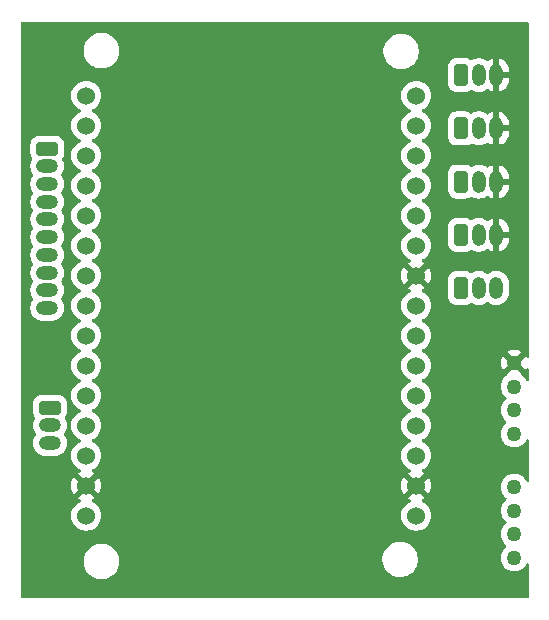
<source format=gbr>
%TF.GenerationSoftware,KiCad,Pcbnew,8.0.6*%
%TF.CreationDate,2025-03-28T19:17:51-04:00*%
%TF.ProjectId,Microcontroller boards,4d696372-6f63-46f6-9e74-726f6c6c6572,rev?*%
%TF.SameCoordinates,Original*%
%TF.FileFunction,Copper,L2,Bot*%
%TF.FilePolarity,Positive*%
%FSLAX46Y46*%
G04 Gerber Fmt 4.6, Leading zero omitted, Abs format (unit mm)*
G04 Created by KiCad (PCBNEW 8.0.6) date 2025-03-28 19:17:51*
%MOMM*%
%LPD*%
G01*
G04 APERTURE LIST*
G04 Aperture macros list*
%AMRoundRect*
0 Rectangle with rounded corners*
0 $1 Rounding radius*
0 $2 $3 $4 $5 $6 $7 $8 $9 X,Y pos of 4 corners*
0 Add a 4 corners polygon primitive as box body*
4,1,4,$2,$3,$4,$5,$6,$7,$8,$9,$2,$3,0*
0 Add four circle primitives for the rounded corners*
1,1,$1+$1,$2,$3*
1,1,$1+$1,$4,$5*
1,1,$1+$1,$6,$7*
1,1,$1+$1,$8,$9*
0 Add four rect primitives between the rounded corners*
20,1,$1+$1,$2,$3,$4,$5,0*
20,1,$1+$1,$4,$5,$6,$7,0*
20,1,$1+$1,$6,$7,$8,$9,0*
20,1,$1+$1,$8,$9,$2,$3,0*%
G04 Aperture macros list end*
%TA.AperFunction,ComponentPad*%
%ADD10RoundRect,0.250000X-0.685000X0.335000X-0.685000X-0.335000X0.685000X-0.335000X0.685000X0.335000X0*%
%TD*%
%TA.AperFunction,ComponentPad*%
%ADD11O,1.870000X1.170000*%
%TD*%
%TA.AperFunction,ComponentPad*%
%ADD12RoundRect,0.250000X-0.335000X-0.685000X0.335000X-0.685000X0.335000X0.685000X-0.335000X0.685000X0*%
%TD*%
%TA.AperFunction,ComponentPad*%
%ADD13O,1.170000X1.870000*%
%TD*%
%TA.AperFunction,ComponentPad*%
%ADD14C,1.270000*%
%TD*%
%TA.AperFunction,ComponentPad*%
%ADD15C,1.524000*%
%TD*%
G04 APERTURE END LIST*
D10*
%TO.P,J6,1,Pin_1*%
%TO.N,Net-(J6-Pin_1)*%
X99720400Y-91897200D03*
D11*
%TO.P,J6,2,Pin_2*%
%TO.N,Net-(J6-Pin_2)*%
X99720400Y-93397200D03*
%TO.P,J6,3,Pin_3*%
%TO.N,Net-(J6-Pin_3)*%
X99720400Y-94897200D03*
%TD*%
D12*
%TO.P,J5,1,Pin_1*%
%TO.N,Net-(J5-Pin_1)*%
X134500000Y-68250000D03*
D13*
%TO.P,J5,2,Pin_2*%
%TO.N,Net-(J3-Pin_2)*%
X136000000Y-68250000D03*
%TO.P,J5,3,Pin_3*%
%TO.N,GND*%
X137500000Y-68250000D03*
%TD*%
D10*
%TO.P,J10,1,Pin_1*%
%TO.N,Net-(J10-Pin_1)*%
X99491800Y-69951600D03*
D11*
%TO.P,J10,2,Pin_2*%
%TO.N,Net-(J10-Pin_2)*%
X99491800Y-71451600D03*
%TO.P,J10,3,Pin_3*%
%TO.N,Net-(J10-Pin_3)*%
X99491800Y-72951600D03*
%TO.P,J10,4,Pin_4*%
%TO.N,Net-(J10-Pin_4)*%
X99491800Y-74451600D03*
%TO.P,J10,5,Pin_5*%
%TO.N,Net-(J10-Pin_5)*%
X99491800Y-75951600D03*
%TO.P,J10,6,Pin_6*%
%TO.N,Net-(J10-Pin_6)*%
X99491800Y-77451600D03*
%TO.P,J10,7,Pin_7*%
%TO.N,Net-(J10-Pin_7)*%
X99491800Y-78951600D03*
%TO.P,J10,8,Pin_8*%
%TO.N,Net-(J10-Pin_8)*%
X99491800Y-80451600D03*
%TO.P,J10,9,Pin_9*%
%TO.N,Net-(J10-Pin_9)*%
X99491800Y-81951600D03*
%TO.P,J10,10,Pin_10*%
%TO.N,Net-(J10-Pin_10)*%
X99491800Y-83451600D03*
%TD*%
D12*
%TO.P,J3,1,Pin_1*%
%TO.N,Net-(J3-Pin_1)*%
X134500000Y-77250000D03*
D13*
%TO.P,J3,2,Pin_2*%
%TO.N,Net-(J3-Pin_2)*%
X136000000Y-77250000D03*
%TO.P,J3,3,Pin_3*%
%TO.N,GND*%
X137500000Y-77250000D03*
%TD*%
D12*
%TO.P,J4,1,Pin_1*%
%TO.N,Net-(J4-Pin_1)*%
X134500000Y-72750000D03*
D13*
%TO.P,J4,2,Pin_2*%
%TO.N,Net-(J3-Pin_2)*%
X136000000Y-72750000D03*
%TO.P,J4,3,Pin_3*%
%TO.N,GND*%
X137500000Y-72750000D03*
%TD*%
D12*
%TO.P,J8,1,Pin_1*%
%TO.N,Net-(J8-Pin_1)*%
X134500000Y-81750000D03*
D13*
%TO.P,J8,2,Pin_2*%
%TO.N,Net-(J8-Pin_2)*%
X136000000Y-81750000D03*
%TO.P,J8,3,Pin_3*%
%TO.N,Net-(J8-Pin_3)*%
X137500000Y-81750000D03*
%TD*%
D14*
%TO.P,J2,1,1*%
%TO.N,GND*%
X139017400Y-88104901D03*
%TO.P,J2,2,2*%
%TO.N,Net-(U1-D6(GPIO12))*%
X139017400Y-90104900D03*
%TO.P,J2,3,3*%
%TO.N,Net-(U1-D7(GPIO13))*%
X139017400Y-92104901D03*
%TO.P,J2,4,4*%
%TO.N,Net-(J3-Pin_2)*%
X139017400Y-94104899D03*
%TD*%
D15*
%TO.P,U1,1,A0(ADC0)*%
%TO.N,Net-(J10-Pin_1)*%
X102780000Y-65470000D03*
%TO.P,U1,2,RSV*%
%TO.N,Net-(J10-Pin_2)*%
X102780000Y-68010000D03*
%TO.P,U1,3,RSV*%
%TO.N,Net-(J10-Pin_3)*%
X102780000Y-70550000D03*
%TO.P,U1,4,SD3(GPIO10)*%
%TO.N,Net-(J10-Pin_4)*%
X102780000Y-73090000D03*
%TO.P,U1,5,SD2(GPIO9)*%
%TO.N,Net-(J10-Pin_5)*%
X102780000Y-75630000D03*
%TO.P,U1,6,SD1(MOSI)*%
%TO.N,Net-(J10-Pin_6)*%
X102780000Y-78170000D03*
%TO.P,U1,7,CMD(CS)*%
%TO.N,Net-(J10-Pin_7)*%
X102780000Y-80710000D03*
%TO.P,U1,8,SDO(MISO)*%
%TO.N,Net-(J10-Pin_8)*%
X102780000Y-83250000D03*
%TO.P,U1,9,CLK(SCLK)*%
%TO.N,Net-(J10-Pin_9)*%
X102780000Y-85790000D03*
%TO.P,U1,10,GND*%
%TO.N,Net-(J10-Pin_10)*%
X102780000Y-88330000D03*
%TO.P,U1,11,3.3V*%
%TO.N,Net-(J6-Pin_1)*%
X102780000Y-90870000D03*
%TO.P,U1,12,EN*%
%TO.N,Net-(J6-Pin_2)*%
X102780000Y-93410000D03*
%TO.P,U1,13,RST*%
%TO.N,Net-(J6-Pin_3)*%
X102780000Y-95950000D03*
%TO.P,U1,14,GND*%
%TO.N,GND*%
X102780000Y-98490000D03*
%TO.P,U1,15,VIN*%
%TO.N,Net-(J3-Pin_2)*%
X102780000Y-101030000D03*
%TO.P,U1,16,3.3V*%
%TO.N,Net-(J9-Pin_1)*%
X130720000Y-101030000D03*
%TO.P,U1,17,GND*%
%TO.N,GND*%
X130720000Y-98490000D03*
%TO.P,U1,18,TX(GPIO1)*%
%TO.N,Net-(J8-Pin_1)*%
X130720000Y-95950000D03*
%TO.P,U1,19,RX(DPIO3)*%
%TO.N,Net-(U1-RX(DPIO3))*%
X130720000Y-93410000D03*
%TO.P,U1,20,D8(GPIO15)*%
%TO.N,Net-(U1-D8(GPIO15))*%
X130720000Y-90870000D03*
%TO.P,U1,21,D7(GPIO13)*%
%TO.N,Net-(U1-D7(GPIO13))*%
X130720000Y-88330000D03*
%TO.P,U1,22,D6(GPIO12)*%
%TO.N,Net-(U1-D6(GPIO12))*%
X130720000Y-85790000D03*
%TO.P,U1,23,D5(GPIO14)*%
%TO.N,Net-(J8-Pin_2)*%
X130720000Y-83250000D03*
%TO.P,U1,24,GND*%
%TO.N,GND*%
X130720000Y-80710000D03*
%TO.P,U1,25,3.3V*%
%TO.N,Net-(J9-Pin_2)*%
X130720000Y-78170000D03*
%TO.P,U1,26,D4(GPIO2)*%
%TO.N,Net-(J8-Pin_3)*%
X130720000Y-75630000D03*
%TO.P,U1,27,D3(GPIO0)*%
%TO.N,Net-(J3-Pin_1)*%
X130720000Y-73090000D03*
%TO.P,U1,28,D2(GPIO4)*%
%TO.N,Net-(J4-Pin_1)*%
X130720000Y-70550000D03*
%TO.P,U1,29,D1(GPIO5)*%
%TO.N,Net-(J5-Pin_1)*%
X130720000Y-68010000D03*
%TO.P,U1,30,D0(GPIO16)*%
%TO.N,Net-(J7-Pin_1)*%
X130720000Y-65470000D03*
%TD*%
D12*
%TO.P,J7,1,Pin_1*%
%TO.N,Net-(J7-Pin_1)*%
X134500000Y-63750000D03*
D13*
%TO.P,J7,2,Pin_2*%
%TO.N,Net-(J3-Pin_2)*%
X136000000Y-63750000D03*
%TO.P,J7,3,Pin_3*%
%TO.N,GND*%
X137500000Y-63750000D03*
%TD*%
D14*
%TO.P,J1,1,1*%
%TO.N,unconnected-(J1-Pad1)*%
X139017400Y-98604901D03*
%TO.P,J1,2,2*%
%TO.N,Net-(U1-D8(GPIO15))*%
X139017400Y-100604900D03*
%TO.P,J1,3,3*%
%TO.N,Net-(U1-RX(DPIO3))*%
X139017400Y-102604901D03*
%TO.P,J1,4,4*%
%TO.N,Net-(J3-Pin_2)*%
X139017400Y-104604899D03*
%TD*%
%TA.AperFunction,Conductor*%
%TO.N,GND*%
G36*
X140209339Y-59244985D02*
G01*
X140255094Y-59297789D01*
X140266300Y-59349300D01*
X140266300Y-87539478D01*
X140246615Y-87606517D01*
X140193811Y-87652272D01*
X140124653Y-87662216D01*
X140061097Y-87633191D01*
X140031300Y-87594750D01*
X139986530Y-87504842D01*
X139986528Y-87504838D01*
X139979853Y-87496000D01*
X139979852Y-87495999D01*
X139398400Y-88077452D01*
X139398400Y-88054741D01*
X139372436Y-87957840D01*
X139322276Y-87870961D01*
X139251340Y-87800025D01*
X139164461Y-87749865D01*
X139067560Y-87723901D01*
X139044848Y-87723901D01*
X139623511Y-87145236D01*
X139623510Y-87145235D01*
X139525483Y-87084539D01*
X139525477Y-87084537D01*
X139329336Y-87008552D01*
X139122571Y-86969901D01*
X138912229Y-86969901D01*
X138705464Y-87008552D01*
X138705463Y-87008552D01*
X138509323Y-87084536D01*
X138411287Y-87145236D01*
X138989953Y-87723901D01*
X138967240Y-87723901D01*
X138870339Y-87749865D01*
X138783460Y-87800025D01*
X138712524Y-87870961D01*
X138662364Y-87957840D01*
X138636400Y-88054741D01*
X138636400Y-88077454D01*
X138054946Y-87496000D01*
X138054945Y-87496000D01*
X138048270Y-87504840D01*
X137954511Y-87693131D01*
X137896945Y-87895456D01*
X137877538Y-88104900D01*
X137877538Y-88104901D01*
X137896945Y-88314345D01*
X137954511Y-88516670D01*
X138048271Y-88704963D01*
X138054945Y-88713800D01*
X138636400Y-88132347D01*
X138636400Y-88155061D01*
X138662364Y-88251962D01*
X138712524Y-88338841D01*
X138783460Y-88409777D01*
X138870339Y-88459937D01*
X138967240Y-88485901D01*
X138989953Y-88485901D01*
X138410060Y-89065791D01*
X138399050Y-89129892D01*
X138352984Y-89180746D01*
X138330180Y-89194865D01*
X138330176Y-89194869D01*
X138174661Y-89336639D01*
X138047842Y-89504574D01*
X137954042Y-89692949D01*
X137896451Y-89895362D01*
X137877035Y-90104899D01*
X137877035Y-90104900D01*
X137896451Y-90314437D01*
X137954042Y-90516850D01*
X138003500Y-90616175D01*
X138047842Y-90705225D01*
X138174658Y-90873157D01*
X138174661Y-90873160D01*
X138328347Y-91013263D01*
X138364629Y-91072974D01*
X138362868Y-91142821D01*
X138328347Y-91196537D01*
X138174661Y-91336639D01*
X138047842Y-91504575D01*
X137954042Y-91692950D01*
X137954041Y-91692954D01*
X137911969Y-91840824D01*
X137896451Y-91895363D01*
X137877035Y-92104900D01*
X137877035Y-92104901D01*
X137896451Y-92314438D01*
X137896451Y-92314440D01*
X137896452Y-92314443D01*
X137916527Y-92384999D01*
X137954042Y-92516851D01*
X138047842Y-92705226D01*
X138174661Y-92873162D01*
X138328345Y-93013263D01*
X138364627Y-93072974D01*
X138362866Y-93142822D01*
X138328345Y-93196537D01*
X138174661Y-93336637D01*
X138047842Y-93504573D01*
X137954042Y-93692948D01*
X137954041Y-93692952D01*
X137911221Y-93843451D01*
X137896451Y-93895361D01*
X137877035Y-94104898D01*
X137877035Y-94104899D01*
X137896451Y-94314436D01*
X137954042Y-94516849D01*
X138024362Y-94658070D01*
X138047842Y-94705224D01*
X138159033Y-94852465D01*
X138174661Y-94873159D01*
X138330176Y-95014929D01*
X138330178Y-95014931D01*
X138509092Y-95125710D01*
X138509098Y-95125713D01*
X138550668Y-95141817D01*
X138705324Y-95201731D01*
X138912180Y-95240399D01*
X138912182Y-95240399D01*
X139122618Y-95240399D01*
X139122620Y-95240399D01*
X139329476Y-95201731D01*
X139525704Y-95125712D01*
X139704623Y-95014930D01*
X139860140Y-94873158D01*
X139986958Y-94705224D01*
X140010438Y-94658070D01*
X140031300Y-94616174D01*
X140078803Y-94564936D01*
X140146466Y-94547515D01*
X140212806Y-94569440D01*
X140256761Y-94623752D01*
X140266300Y-94671445D01*
X140266300Y-98038354D01*
X140246615Y-98105393D01*
X140193811Y-98151148D01*
X140124653Y-98161092D01*
X140061097Y-98132067D01*
X140031300Y-98093626D01*
X140003777Y-98038354D01*
X139986958Y-98004576D01*
X139860140Y-97836642D01*
X139810961Y-97791810D01*
X139704623Y-97694870D01*
X139704621Y-97694868D01*
X139525707Y-97584089D01*
X139525701Y-97584086D01*
X139371048Y-97524174D01*
X139329476Y-97508069D01*
X139122620Y-97469401D01*
X138912180Y-97469401D01*
X138705324Y-97508069D01*
X138705321Y-97508069D01*
X138705321Y-97508070D01*
X138509098Y-97584086D01*
X138509092Y-97584089D01*
X138330178Y-97694868D01*
X138330176Y-97694870D01*
X138174661Y-97836640D01*
X138047842Y-98004575D01*
X137954042Y-98192950D01*
X137896451Y-98395363D01*
X137877035Y-98604900D01*
X137877035Y-98604901D01*
X137896451Y-98814438D01*
X137896451Y-98814440D01*
X137896452Y-98814443D01*
X137912544Y-98871000D01*
X137954042Y-99016851D01*
X138003500Y-99116176D01*
X138047842Y-99205226D01*
X138174658Y-99373158D01*
X138174661Y-99373161D01*
X138328346Y-99513263D01*
X138364628Y-99572974D01*
X138362867Y-99642821D01*
X138328346Y-99696537D01*
X138174661Y-99836638D01*
X138047842Y-100004574D01*
X137954042Y-100192949D01*
X137896451Y-100395362D01*
X137877035Y-100604899D01*
X137877035Y-100604900D01*
X137896451Y-100814437D01*
X137954042Y-101016850D01*
X138003500Y-101116175D01*
X138047842Y-101205225D01*
X138174658Y-101373157D01*
X138174661Y-101373160D01*
X138328347Y-101513263D01*
X138364629Y-101572974D01*
X138362868Y-101642821D01*
X138328347Y-101696537D01*
X138174661Y-101836639D01*
X138047842Y-102004575D01*
X137954042Y-102192950D01*
X137896451Y-102395363D01*
X137877035Y-102604900D01*
X137877035Y-102604901D01*
X137896451Y-102814438D01*
X137954042Y-103016851D01*
X138047842Y-103205226D01*
X138174661Y-103373162D01*
X138328345Y-103513263D01*
X138364627Y-103572974D01*
X138362866Y-103642822D01*
X138328345Y-103696537D01*
X138174661Y-103836637D01*
X138047842Y-104004573D01*
X137954042Y-104192948D01*
X137896451Y-104395361D01*
X137877035Y-104604898D01*
X137877035Y-104604899D01*
X137896451Y-104814436D01*
X137896451Y-104814438D01*
X137896452Y-104814441D01*
X137904378Y-104842297D01*
X137954042Y-105016849D01*
X138047842Y-105205224D01*
X138174661Y-105373159D01*
X138330176Y-105514929D01*
X138330178Y-105514931D01*
X138509092Y-105625710D01*
X138509098Y-105625713D01*
X138550668Y-105641817D01*
X138705324Y-105701731D01*
X138912180Y-105740399D01*
X138912182Y-105740399D01*
X139122618Y-105740399D01*
X139122620Y-105740399D01*
X139329476Y-105701731D01*
X139525704Y-105625712D01*
X139704623Y-105514930D01*
X139860140Y-105373158D01*
X139986958Y-105205224D01*
X140003778Y-105171445D01*
X140031300Y-105116174D01*
X140078803Y-105064936D01*
X140146466Y-105047515D01*
X140212806Y-105069440D01*
X140256761Y-105123752D01*
X140266300Y-105171445D01*
X140266300Y-107858900D01*
X140246615Y-107925939D01*
X140193811Y-107971694D01*
X140142300Y-107982900D01*
X97347700Y-107982900D01*
X97280661Y-107963215D01*
X97234906Y-107910411D01*
X97223700Y-107858900D01*
X97223700Y-104783902D01*
X102563300Y-104783902D01*
X102563300Y-105020097D01*
X102600246Y-105253368D01*
X102673233Y-105477996D01*
X102780457Y-105688433D01*
X102919283Y-105879510D01*
X103086290Y-106046517D01*
X103277367Y-106185343D01*
X103376791Y-106236002D01*
X103487803Y-106292566D01*
X103487805Y-106292566D01*
X103487808Y-106292568D01*
X103608212Y-106331689D01*
X103712431Y-106365553D01*
X103945703Y-106402500D01*
X103945708Y-106402500D01*
X104181897Y-106402500D01*
X104415168Y-106365553D01*
X104639792Y-106292568D01*
X104850233Y-106185343D01*
X105041310Y-106046517D01*
X105208317Y-105879510D01*
X105347143Y-105688433D01*
X105454368Y-105477992D01*
X105527353Y-105253368D01*
X105534979Y-105205222D01*
X105564300Y-105020097D01*
X105564300Y-104783902D01*
X105536139Y-104606102D01*
X127861700Y-104606102D01*
X127861700Y-104842297D01*
X127898646Y-105075568D01*
X127971633Y-105300196D01*
X128078857Y-105510633D01*
X128217683Y-105701710D01*
X128384690Y-105868717D01*
X128575767Y-106007543D01*
X128652252Y-106046514D01*
X128786203Y-106114766D01*
X128786205Y-106114766D01*
X128786208Y-106114768D01*
X128906612Y-106153889D01*
X129010831Y-106187753D01*
X129244103Y-106224700D01*
X129244108Y-106224700D01*
X129480297Y-106224700D01*
X129713568Y-106187753D01*
X129720988Y-106185342D01*
X129938192Y-106114768D01*
X130148633Y-106007543D01*
X130339710Y-105868717D01*
X130506717Y-105701710D01*
X130645543Y-105510633D01*
X130752768Y-105300192D01*
X130825753Y-105075568D01*
X130834539Y-105020097D01*
X130862700Y-104842297D01*
X130862700Y-104606102D01*
X130825753Y-104372831D01*
X130767305Y-104192948D01*
X130752768Y-104148208D01*
X130752766Y-104148205D01*
X130752766Y-104148203D01*
X130645542Y-103937766D01*
X130506717Y-103746690D01*
X130339710Y-103579683D01*
X130148633Y-103440857D01*
X130071391Y-103401500D01*
X129938196Y-103333633D01*
X129713568Y-103260646D01*
X129480297Y-103223700D01*
X129480292Y-103223700D01*
X129244108Y-103223700D01*
X129244103Y-103223700D01*
X129010831Y-103260646D01*
X128786203Y-103333633D01*
X128575766Y-103440857D01*
X128478629Y-103511432D01*
X128384690Y-103579683D01*
X128384688Y-103579685D01*
X128384687Y-103579685D01*
X128217685Y-103746687D01*
X128217685Y-103746688D01*
X128217683Y-103746690D01*
X128209840Y-103757485D01*
X128078857Y-103937766D01*
X127971633Y-104148203D01*
X127898646Y-104372831D01*
X127861700Y-104606102D01*
X105536139Y-104606102D01*
X105527353Y-104550631D01*
X105454366Y-104326003D01*
X105386573Y-104192952D01*
X105347143Y-104115567D01*
X105208317Y-103924490D01*
X105041310Y-103757483D01*
X104850233Y-103618657D01*
X104639796Y-103511433D01*
X104415168Y-103438446D01*
X104181897Y-103401500D01*
X104181892Y-103401500D01*
X103945708Y-103401500D01*
X103945703Y-103401500D01*
X103712431Y-103438446D01*
X103487803Y-103511433D01*
X103277366Y-103618657D01*
X103172472Y-103694868D01*
X103086290Y-103757483D01*
X103086288Y-103757485D01*
X103086287Y-103757485D01*
X102919285Y-103924487D01*
X102919285Y-103924488D01*
X102919283Y-103924490D01*
X102909637Y-103937767D01*
X102780457Y-104115566D01*
X102673233Y-104326003D01*
X102600246Y-104550631D01*
X102563300Y-104783902D01*
X97223700Y-104783902D01*
X97223700Y-91512183D01*
X98284900Y-91512183D01*
X98284900Y-92282201D01*
X98284901Y-92282219D01*
X98295400Y-92384996D01*
X98295401Y-92384999D01*
X98350585Y-92551531D01*
X98350587Y-92551536D01*
X98361632Y-92569442D01*
X98441488Y-92698910D01*
X98459928Y-92766302D01*
X98443244Y-92823441D01*
X98444209Y-92823933D01*
X98364426Y-92980514D01*
X98311628Y-93143010D01*
X98284900Y-93311763D01*
X98284900Y-93482636D01*
X98288375Y-93504574D01*
X98311628Y-93651389D01*
X98364427Y-93813888D01*
X98441997Y-93966126D01*
X98441999Y-93966129D01*
X98520600Y-94074315D01*
X98544080Y-94140121D01*
X98528254Y-94208175D01*
X98520600Y-94220085D01*
X98441999Y-94328270D01*
X98364426Y-94480514D01*
X98311628Y-94643010D01*
X98284900Y-94811763D01*
X98284900Y-94982636D01*
X98307561Y-95125710D01*
X98311628Y-95151389D01*
X98364427Y-95313888D01*
X98441997Y-95466126D01*
X98542427Y-95604356D01*
X98663244Y-95725173D01*
X98801474Y-95825603D01*
X98953712Y-95903173D01*
X99116211Y-95955972D01*
X99203155Y-95969742D01*
X99284964Y-95982700D01*
X99284969Y-95982700D01*
X100155836Y-95982700D01*
X100230413Y-95970887D01*
X100324589Y-95955972D01*
X100487088Y-95903173D01*
X100639326Y-95825603D01*
X100777556Y-95725173D01*
X100898373Y-95604356D01*
X100998803Y-95466126D01*
X101076373Y-95313888D01*
X101129172Y-95151389D01*
X101144087Y-95057213D01*
X101155900Y-94982636D01*
X101155900Y-94811763D01*
X101139025Y-94705222D01*
X101129172Y-94643011D01*
X101076373Y-94480512D01*
X100998803Y-94328274D01*
X100920198Y-94220083D01*
X100896719Y-94154280D01*
X100912544Y-94086226D01*
X100920192Y-94074323D01*
X100998803Y-93966126D01*
X101076373Y-93813888D01*
X101129172Y-93651389D01*
X101152425Y-93504573D01*
X101155900Y-93482636D01*
X101155900Y-93311763D01*
X101141725Y-93222269D01*
X101129172Y-93143011D01*
X101076373Y-92980512D01*
X100998803Y-92828274D01*
X100998802Y-92828273D01*
X100996591Y-92823933D01*
X100997665Y-92823385D01*
X100980878Y-92761374D01*
X100999309Y-92698914D01*
X101090214Y-92551534D01*
X101145399Y-92384997D01*
X101155900Y-92282209D01*
X101155899Y-91512192D01*
X101145399Y-91409403D01*
X101090214Y-91242866D01*
X100998112Y-91093544D01*
X100874056Y-90969488D01*
X100724734Y-90877386D01*
X100558197Y-90822201D01*
X100558195Y-90822200D01*
X100455410Y-90811700D01*
X98985398Y-90811700D01*
X98985381Y-90811701D01*
X98882603Y-90822200D01*
X98882600Y-90822201D01*
X98716068Y-90877385D01*
X98716063Y-90877387D01*
X98566742Y-90969489D01*
X98442689Y-91093542D01*
X98350587Y-91242863D01*
X98350586Y-91242866D01*
X98295401Y-91409403D01*
X98295401Y-91409404D01*
X98295400Y-91409404D01*
X98284900Y-91512183D01*
X97223700Y-91512183D01*
X97223700Y-69566583D01*
X98056300Y-69566583D01*
X98056300Y-70336601D01*
X98056301Y-70336619D01*
X98066800Y-70439396D01*
X98066801Y-70439399D01*
X98103450Y-70549997D01*
X98121986Y-70605934D01*
X98212888Y-70753310D01*
X98231328Y-70820702D01*
X98214644Y-70877841D01*
X98215609Y-70878333D01*
X98213397Y-70882673D01*
X98213397Y-70882674D01*
X98162048Y-70983451D01*
X98135826Y-71034914D01*
X98083028Y-71197410D01*
X98056300Y-71366163D01*
X98056300Y-71537036D01*
X98083028Y-71705789D01*
X98119267Y-71817323D01*
X98135827Y-71868288D01*
X98199100Y-71992466D01*
X98213399Y-72020529D01*
X98292000Y-72128715D01*
X98315480Y-72194521D01*
X98299654Y-72262575D01*
X98292000Y-72274485D01*
X98213399Y-72382670D01*
X98135826Y-72534914D01*
X98083028Y-72697410D01*
X98056300Y-72866163D01*
X98056300Y-73037036D01*
X98065970Y-73098087D01*
X98083028Y-73205789D01*
X98135827Y-73368288D01*
X98213397Y-73520526D01*
X98213399Y-73520529D01*
X98292000Y-73628715D01*
X98315480Y-73694521D01*
X98299654Y-73762575D01*
X98292000Y-73774485D01*
X98213399Y-73882670D01*
X98135826Y-74034914D01*
X98083028Y-74197410D01*
X98056300Y-74366163D01*
X98056300Y-74537036D01*
X98083028Y-74705789D01*
X98118636Y-74815381D01*
X98135827Y-74868288D01*
X98213397Y-75020526D01*
X98213399Y-75020529D01*
X98292000Y-75128715D01*
X98315480Y-75194521D01*
X98299654Y-75262575D01*
X98292000Y-75274485D01*
X98213399Y-75382670D01*
X98135826Y-75534914D01*
X98083028Y-75697410D01*
X98056300Y-75866163D01*
X98056300Y-76037036D01*
X98081030Y-76193176D01*
X98083028Y-76205789D01*
X98135827Y-76368288D01*
X98210573Y-76514983D01*
X98213399Y-76520529D01*
X98292000Y-76628715D01*
X98315480Y-76694521D01*
X98299654Y-76762575D01*
X98292000Y-76774485D01*
X98213399Y-76882670D01*
X98135826Y-77034914D01*
X98083028Y-77197410D01*
X98056300Y-77366163D01*
X98056300Y-77537036D01*
X98065970Y-77598087D01*
X98083028Y-77705789D01*
X98135827Y-77868288D01*
X98213397Y-78020526D01*
X98213399Y-78020529D01*
X98292000Y-78128715D01*
X98315480Y-78194521D01*
X98299654Y-78262575D01*
X98292000Y-78274485D01*
X98213399Y-78382670D01*
X98135826Y-78534914D01*
X98083028Y-78697410D01*
X98056300Y-78866163D01*
X98056300Y-79037036D01*
X98083028Y-79205789D01*
X98135827Y-79368288D01*
X98213397Y-79520526D01*
X98213399Y-79520529D01*
X98292000Y-79628715D01*
X98315480Y-79694521D01*
X98299654Y-79762575D01*
X98292000Y-79774485D01*
X98213399Y-79882670D01*
X98135826Y-80034914D01*
X98083028Y-80197410D01*
X98056300Y-80366163D01*
X98056300Y-80537036D01*
X98080977Y-80692841D01*
X98083028Y-80705789D01*
X98135827Y-80868288D01*
X98210573Y-81014983D01*
X98213399Y-81020529D01*
X98292000Y-81128715D01*
X98315480Y-81194521D01*
X98299654Y-81262575D01*
X98292000Y-81274485D01*
X98213399Y-81382670D01*
X98135826Y-81534914D01*
X98083028Y-81697410D01*
X98056300Y-81866163D01*
X98056300Y-82037036D01*
X98083028Y-82205789D01*
X98106872Y-82279175D01*
X98135827Y-82368288D01*
X98213397Y-82520526D01*
X98213399Y-82520529D01*
X98292000Y-82628715D01*
X98315480Y-82694521D01*
X98299654Y-82762575D01*
X98292000Y-82774485D01*
X98213399Y-82882670D01*
X98135826Y-83034914D01*
X98083028Y-83197410D01*
X98056300Y-83366163D01*
X98056300Y-83537036D01*
X98079489Y-83683445D01*
X98083028Y-83705789D01*
X98135827Y-83868288D01*
X98213397Y-84020526D01*
X98313827Y-84158756D01*
X98434644Y-84279573D01*
X98572874Y-84380003D01*
X98725112Y-84457573D01*
X98887611Y-84510372D01*
X98965304Y-84522677D01*
X99056364Y-84537100D01*
X99056369Y-84537100D01*
X99927236Y-84537100D01*
X100001813Y-84525287D01*
X100095989Y-84510372D01*
X100258488Y-84457573D01*
X100410726Y-84380003D01*
X100548956Y-84279573D01*
X100669773Y-84158756D01*
X100770203Y-84020526D01*
X100847773Y-83868288D01*
X100900572Y-83705789D01*
X100915487Y-83611613D01*
X100927300Y-83537036D01*
X100927300Y-83366163D01*
X100908901Y-83250000D01*
X100900572Y-83197411D01*
X100847773Y-83034912D01*
X100770203Y-82882674D01*
X100691598Y-82774483D01*
X100668119Y-82708680D01*
X100683944Y-82640626D01*
X100691592Y-82628723D01*
X100770203Y-82520526D01*
X100847773Y-82368288D01*
X100900572Y-82205789D01*
X100915487Y-82111613D01*
X100927300Y-82037036D01*
X100927300Y-81866163D01*
X100913125Y-81776669D01*
X100900572Y-81697411D01*
X100847773Y-81534912D01*
X100770203Y-81382674D01*
X100691598Y-81274483D01*
X100668119Y-81208680D01*
X100683944Y-81140626D01*
X100691592Y-81128723D01*
X100770203Y-81020526D01*
X100847773Y-80868288D01*
X100900572Y-80705789D01*
X100921757Y-80572029D01*
X100927300Y-80537036D01*
X100927300Y-80366163D01*
X100913106Y-80276548D01*
X100900572Y-80197411D01*
X100847773Y-80034912D01*
X100770203Y-79882674D01*
X100691598Y-79774483D01*
X100668119Y-79708680D01*
X100683944Y-79640626D01*
X100691592Y-79628723D01*
X100770203Y-79520526D01*
X100847773Y-79368288D01*
X100900572Y-79205789D01*
X100915487Y-79111613D01*
X100927300Y-79037036D01*
X100927300Y-78866163D01*
X100913125Y-78776669D01*
X100900572Y-78697411D01*
X100847773Y-78534912D01*
X100770203Y-78382674D01*
X100691598Y-78274483D01*
X100668119Y-78208680D01*
X100683944Y-78140626D01*
X100691592Y-78128723D01*
X100770203Y-78020526D01*
X100847773Y-77868288D01*
X100900572Y-77705789D01*
X100917630Y-77598087D01*
X100927300Y-77537036D01*
X100927300Y-77366163D01*
X100900851Y-77199175D01*
X100900572Y-77197411D01*
X100847773Y-77034912D01*
X100770203Y-76882674D01*
X100691598Y-76774483D01*
X100668119Y-76708680D01*
X100683944Y-76640626D01*
X100691592Y-76628723D01*
X100770203Y-76520526D01*
X100847773Y-76368288D01*
X100900572Y-76205789D01*
X100921447Y-76073989D01*
X100927300Y-76037036D01*
X100927300Y-75866163D01*
X100913125Y-75776669D01*
X100900572Y-75697411D01*
X100847773Y-75534912D01*
X100770203Y-75382674D01*
X100691598Y-75274483D01*
X100668119Y-75208680D01*
X100683944Y-75140626D01*
X100691592Y-75128723D01*
X100770203Y-75020526D01*
X100847773Y-74868288D01*
X100900572Y-74705789D01*
X100915487Y-74611613D01*
X100927300Y-74537036D01*
X100927300Y-74366163D01*
X100908524Y-74247618D01*
X100900572Y-74197411D01*
X100847773Y-74034912D01*
X100770203Y-73882674D01*
X100691598Y-73774483D01*
X100668119Y-73708680D01*
X100683944Y-73640626D01*
X100691592Y-73628723D01*
X100770203Y-73520526D01*
X100847773Y-73368288D01*
X100900572Y-73205789D01*
X100917630Y-73098087D01*
X100927300Y-73037036D01*
X100927300Y-72866163D01*
X100913125Y-72776669D01*
X100900572Y-72697411D01*
X100847773Y-72534912D01*
X100770203Y-72382674D01*
X100691598Y-72274483D01*
X100668119Y-72208680D01*
X100683944Y-72140626D01*
X100691592Y-72128723D01*
X100770203Y-72020526D01*
X100847773Y-71868288D01*
X100900572Y-71705789D01*
X100921447Y-71573989D01*
X100927300Y-71537036D01*
X100927300Y-71366163D01*
X100913125Y-71276669D01*
X100900572Y-71197411D01*
X100847773Y-71034912D01*
X100770203Y-70882674D01*
X100770202Y-70882673D01*
X100767991Y-70878333D01*
X100769065Y-70877785D01*
X100752278Y-70815774D01*
X100770709Y-70753314D01*
X100861614Y-70605934D01*
X100916799Y-70439397D01*
X100927300Y-70336609D01*
X100927299Y-69566592D01*
X100923327Y-69527712D01*
X100916799Y-69463803D01*
X100916798Y-69463800D01*
X100912056Y-69449490D01*
X100861614Y-69297266D01*
X100769512Y-69147944D01*
X100645456Y-69023888D01*
X100496134Y-68931786D01*
X100329597Y-68876601D01*
X100329595Y-68876600D01*
X100226810Y-68866100D01*
X98756798Y-68866100D01*
X98756781Y-68866101D01*
X98654003Y-68876600D01*
X98654000Y-68876601D01*
X98487468Y-68931785D01*
X98487463Y-68931787D01*
X98338142Y-69023889D01*
X98214089Y-69147942D01*
X98121987Y-69297263D01*
X98121985Y-69297268D01*
X98105219Y-69347865D01*
X98066801Y-69463803D01*
X98066801Y-69463804D01*
X98066800Y-69463804D01*
X98056300Y-69566583D01*
X97223700Y-69566583D01*
X97223700Y-65469997D01*
X101512677Y-65469997D01*
X101512677Y-65470002D01*
X101531929Y-65690062D01*
X101531930Y-65690070D01*
X101589104Y-65903445D01*
X101589105Y-65903447D01*
X101589106Y-65903450D01*
X101682466Y-66103662D01*
X101682468Y-66103666D01*
X101809170Y-66284615D01*
X101809175Y-66284621D01*
X101965378Y-66440824D01*
X101965384Y-66440829D01*
X102146333Y-66567531D01*
X102146335Y-66567532D01*
X102146338Y-66567534D01*
X102265748Y-66623215D01*
X102275189Y-66627618D01*
X102327628Y-66673790D01*
X102346780Y-66740984D01*
X102326564Y-66807865D01*
X102275189Y-66852382D01*
X102146340Y-66912465D01*
X102146338Y-66912466D01*
X101965377Y-67039175D01*
X101809175Y-67195377D01*
X101682466Y-67376338D01*
X101682465Y-67376340D01*
X101589107Y-67576548D01*
X101589104Y-67576554D01*
X101531930Y-67789929D01*
X101531929Y-67789937D01*
X101512677Y-68009997D01*
X101512677Y-68010002D01*
X101531929Y-68230062D01*
X101531930Y-68230070D01*
X101589104Y-68443445D01*
X101589105Y-68443447D01*
X101589106Y-68443450D01*
X101615476Y-68500000D01*
X101682466Y-68643662D01*
X101682468Y-68643666D01*
X101809170Y-68824615D01*
X101809175Y-68824621D01*
X101965378Y-68980824D01*
X101965384Y-68980829D01*
X102146333Y-69107531D01*
X102146335Y-69107532D01*
X102146338Y-69107534D01*
X102232994Y-69147942D01*
X102275189Y-69167618D01*
X102327628Y-69213790D01*
X102346780Y-69280984D01*
X102326564Y-69347865D01*
X102275189Y-69392382D01*
X102146340Y-69452465D01*
X102146338Y-69452466D01*
X101965377Y-69579175D01*
X101809175Y-69735377D01*
X101682466Y-69916338D01*
X101682465Y-69916340D01*
X101589107Y-70116548D01*
X101589104Y-70116554D01*
X101531930Y-70329929D01*
X101531929Y-70329937D01*
X101512677Y-70549997D01*
X101512677Y-70550002D01*
X101531929Y-70770062D01*
X101531930Y-70770070D01*
X101589104Y-70983445D01*
X101589105Y-70983447D01*
X101589106Y-70983450D01*
X101613103Y-71034912D01*
X101682466Y-71183662D01*
X101682468Y-71183666D01*
X101809170Y-71364615D01*
X101809175Y-71364621D01*
X101965378Y-71520824D01*
X101965384Y-71520829D01*
X102146333Y-71647531D01*
X102146335Y-71647532D01*
X102146338Y-71647534D01*
X102243506Y-71692844D01*
X102275189Y-71707618D01*
X102327628Y-71753790D01*
X102346780Y-71820984D01*
X102326564Y-71887865D01*
X102275189Y-71932382D01*
X102146340Y-71992465D01*
X102146338Y-71992466D01*
X101965377Y-72119175D01*
X101809175Y-72275377D01*
X101682466Y-72456338D01*
X101682465Y-72456340D01*
X101589107Y-72656548D01*
X101589104Y-72656554D01*
X101531930Y-72869929D01*
X101531929Y-72869937D01*
X101512677Y-73089997D01*
X101512677Y-73090002D01*
X101531929Y-73310062D01*
X101531930Y-73310070D01*
X101589104Y-73523445D01*
X101589105Y-73523447D01*
X101589106Y-73523450D01*
X101638191Y-73628714D01*
X101682466Y-73723662D01*
X101682468Y-73723666D01*
X101809170Y-73904615D01*
X101809175Y-73904621D01*
X101965378Y-74060824D01*
X101965384Y-74060829D01*
X102146333Y-74187531D01*
X102146335Y-74187532D01*
X102146338Y-74187534D01*
X102265748Y-74243215D01*
X102275189Y-74247618D01*
X102327628Y-74293790D01*
X102346780Y-74360984D01*
X102326564Y-74427865D01*
X102275189Y-74472382D01*
X102146340Y-74532465D01*
X102146338Y-74532466D01*
X101965377Y-74659175D01*
X101809175Y-74815377D01*
X101682466Y-74996338D01*
X101682465Y-74996340D01*
X101589107Y-75196548D01*
X101589104Y-75196554D01*
X101531930Y-75409929D01*
X101531929Y-75409937D01*
X101512677Y-75629997D01*
X101512677Y-75630002D01*
X101531929Y-75850062D01*
X101531930Y-75850070D01*
X101589104Y-76063445D01*
X101589105Y-76063447D01*
X101589106Y-76063450D01*
X101674073Y-76245663D01*
X101682466Y-76263662D01*
X101682468Y-76263666D01*
X101809170Y-76444615D01*
X101809175Y-76444621D01*
X101965378Y-76600824D01*
X101965384Y-76600829D01*
X102146333Y-76727531D01*
X102146335Y-76727532D01*
X102146338Y-76727534D01*
X102221484Y-76762575D01*
X102275189Y-76787618D01*
X102327628Y-76833790D01*
X102346780Y-76900984D01*
X102326564Y-76967865D01*
X102275189Y-77012382D01*
X102146340Y-77072465D01*
X102146338Y-77072466D01*
X101965377Y-77199175D01*
X101809175Y-77355377D01*
X101682466Y-77536338D01*
X101682465Y-77536340D01*
X101589107Y-77736548D01*
X101589104Y-77736554D01*
X101531930Y-77949929D01*
X101531929Y-77949937D01*
X101512677Y-78169997D01*
X101512677Y-78170002D01*
X101531929Y-78390062D01*
X101531930Y-78390070D01*
X101589104Y-78603445D01*
X101589105Y-78603447D01*
X101589106Y-78603450D01*
X101632920Y-78697410D01*
X101682466Y-78803662D01*
X101682468Y-78803666D01*
X101809170Y-78984615D01*
X101809175Y-78984621D01*
X101965378Y-79140824D01*
X101965384Y-79140829D01*
X102146333Y-79267531D01*
X102146335Y-79267532D01*
X102146338Y-79267534D01*
X102265748Y-79323215D01*
X102275189Y-79327618D01*
X102327628Y-79373790D01*
X102346780Y-79440984D01*
X102326564Y-79507865D01*
X102275189Y-79552382D01*
X102146340Y-79612465D01*
X102146338Y-79612466D01*
X101965377Y-79739175D01*
X101809175Y-79895377D01*
X101682466Y-80076338D01*
X101682465Y-80076340D01*
X101589107Y-80276548D01*
X101589104Y-80276554D01*
X101531930Y-80489929D01*
X101531929Y-80489937D01*
X101512677Y-80709997D01*
X101512677Y-80710002D01*
X101531929Y-80930062D01*
X101531930Y-80930070D01*
X101589104Y-81143445D01*
X101589105Y-81143447D01*
X101589106Y-81143450D01*
X101650209Y-81274486D01*
X101682466Y-81343662D01*
X101682468Y-81343666D01*
X101809170Y-81524615D01*
X101809175Y-81524621D01*
X101965378Y-81680824D01*
X101965384Y-81680829D01*
X102146333Y-81807531D01*
X102146335Y-81807532D01*
X102146338Y-81807534D01*
X102265748Y-81863215D01*
X102275189Y-81867618D01*
X102327628Y-81913790D01*
X102346780Y-81980984D01*
X102326564Y-82047865D01*
X102275189Y-82092382D01*
X102146340Y-82152465D01*
X102146338Y-82152466D01*
X101965377Y-82279175D01*
X101809175Y-82435377D01*
X101682466Y-82616338D01*
X101682465Y-82616340D01*
X101618119Y-82754331D01*
X101593487Y-82807156D01*
X101589107Y-82816548D01*
X101589104Y-82816554D01*
X101531930Y-83029929D01*
X101531929Y-83029937D01*
X101512677Y-83249997D01*
X101512677Y-83250002D01*
X101531929Y-83470062D01*
X101531930Y-83470070D01*
X101589104Y-83683445D01*
X101589105Y-83683447D01*
X101589106Y-83683450D01*
X101599523Y-83705789D01*
X101682466Y-83883662D01*
X101682468Y-83883666D01*
X101809170Y-84064615D01*
X101809175Y-84064621D01*
X101965378Y-84220824D01*
X101965384Y-84220829D01*
X102146333Y-84347531D01*
X102146335Y-84347532D01*
X102146338Y-84347534D01*
X102265748Y-84403215D01*
X102275189Y-84407618D01*
X102327628Y-84453790D01*
X102346780Y-84520984D01*
X102326564Y-84587865D01*
X102275189Y-84632382D01*
X102146340Y-84692465D01*
X102146338Y-84692466D01*
X101965377Y-84819175D01*
X101809175Y-84975377D01*
X101682466Y-85156338D01*
X101682465Y-85156340D01*
X101589107Y-85356548D01*
X101589104Y-85356554D01*
X101531930Y-85569929D01*
X101531929Y-85569937D01*
X101512677Y-85789997D01*
X101512677Y-85790002D01*
X101531929Y-86010062D01*
X101531930Y-86010070D01*
X101589104Y-86223445D01*
X101589105Y-86223447D01*
X101589106Y-86223450D01*
X101682466Y-86423662D01*
X101682468Y-86423666D01*
X101809170Y-86604615D01*
X101809175Y-86604621D01*
X101965378Y-86760824D01*
X101965384Y-86760829D01*
X102146333Y-86887531D01*
X102146335Y-86887532D01*
X102146338Y-86887534D01*
X102265748Y-86943215D01*
X102275189Y-86947618D01*
X102327628Y-86993790D01*
X102346780Y-87060984D01*
X102326564Y-87127865D01*
X102275189Y-87172382D01*
X102146340Y-87232465D01*
X102146338Y-87232466D01*
X101965377Y-87359175D01*
X101809175Y-87515377D01*
X101682466Y-87696338D01*
X101682465Y-87696340D01*
X101589107Y-87896548D01*
X101589104Y-87896554D01*
X101531930Y-88109929D01*
X101531929Y-88109937D01*
X101512677Y-88329997D01*
X101512677Y-88330002D01*
X101531929Y-88550062D01*
X101531930Y-88550070D01*
X101589104Y-88763445D01*
X101589105Y-88763447D01*
X101589106Y-88763450D01*
X101682466Y-88963662D01*
X101682468Y-88963666D01*
X101809170Y-89144615D01*
X101809175Y-89144621D01*
X101965378Y-89300824D01*
X101965384Y-89300829D01*
X102146333Y-89427531D01*
X102146335Y-89427532D01*
X102146338Y-89427534D01*
X102265748Y-89483215D01*
X102275189Y-89487618D01*
X102327628Y-89533790D01*
X102346780Y-89600984D01*
X102326564Y-89667865D01*
X102275189Y-89712382D01*
X102146340Y-89772465D01*
X102146338Y-89772466D01*
X101965377Y-89899175D01*
X101809175Y-90055377D01*
X101682466Y-90236338D01*
X101682465Y-90236340D01*
X101589107Y-90436548D01*
X101589104Y-90436554D01*
X101531930Y-90649929D01*
X101531929Y-90649937D01*
X101512677Y-90869997D01*
X101512677Y-90870002D01*
X101531929Y-91090062D01*
X101531930Y-91090070D01*
X101589104Y-91303445D01*
X101589105Y-91303447D01*
X101589106Y-91303450D01*
X101638513Y-91409404D01*
X101682466Y-91503662D01*
X101682468Y-91503666D01*
X101809170Y-91684615D01*
X101809175Y-91684621D01*
X101965378Y-91840824D01*
X101965384Y-91840829D01*
X102146333Y-91967531D01*
X102146335Y-91967532D01*
X102146338Y-91967534D01*
X102265748Y-92023215D01*
X102275189Y-92027618D01*
X102327628Y-92073790D01*
X102346780Y-92140984D01*
X102326564Y-92207865D01*
X102275189Y-92252382D01*
X102146340Y-92312465D01*
X102146338Y-92312466D01*
X101965377Y-92439175D01*
X101809175Y-92595377D01*
X101682466Y-92776338D01*
X101682465Y-92776340D01*
X101589107Y-92976548D01*
X101589104Y-92976554D01*
X101531930Y-93189929D01*
X101531929Y-93189937D01*
X101512677Y-93409997D01*
X101512677Y-93410002D01*
X101531929Y-93630062D01*
X101531930Y-93630070D01*
X101589104Y-93843445D01*
X101589105Y-93843447D01*
X101589106Y-93843450D01*
X101646311Y-93966126D01*
X101682466Y-94043662D01*
X101682468Y-94043666D01*
X101809170Y-94224615D01*
X101809175Y-94224621D01*
X101965378Y-94380824D01*
X101965384Y-94380829D01*
X102146333Y-94507531D01*
X102146335Y-94507532D01*
X102146338Y-94507534D01*
X102232078Y-94547515D01*
X102275189Y-94567618D01*
X102327628Y-94613790D01*
X102346780Y-94680984D01*
X102326564Y-94747865D01*
X102275189Y-94792382D01*
X102146340Y-94852465D01*
X102146338Y-94852466D01*
X101965377Y-94979175D01*
X101809175Y-95135377D01*
X101682466Y-95316338D01*
X101682465Y-95316340D01*
X101589107Y-95516548D01*
X101589104Y-95516554D01*
X101531930Y-95729929D01*
X101531929Y-95729937D01*
X101512677Y-95949997D01*
X101512677Y-95950002D01*
X101531929Y-96170062D01*
X101531930Y-96170070D01*
X101589104Y-96383445D01*
X101589105Y-96383447D01*
X101589106Y-96383450D01*
X101682466Y-96583662D01*
X101682468Y-96583666D01*
X101809170Y-96764615D01*
X101809175Y-96764621D01*
X101965378Y-96920824D01*
X101965384Y-96920829D01*
X102146333Y-97047531D01*
X102146335Y-97047532D01*
X102146338Y-97047534D01*
X102275781Y-97107894D01*
X102328220Y-97154066D01*
X102347372Y-97221260D01*
X102327156Y-97288141D01*
X102275781Y-97332658D01*
X102146590Y-97392901D01*
X102081811Y-97438258D01*
X102752553Y-98109000D01*
X102729840Y-98109000D01*
X102632939Y-98134964D01*
X102546060Y-98185124D01*
X102475124Y-98256060D01*
X102424964Y-98342939D01*
X102399000Y-98439840D01*
X102399000Y-98462553D01*
X101728258Y-97791811D01*
X101682901Y-97856590D01*
X101589579Y-98056720D01*
X101589575Y-98056729D01*
X101532426Y-98270013D01*
X101532424Y-98270023D01*
X101513179Y-98489999D01*
X101513179Y-98490000D01*
X101532424Y-98709976D01*
X101532426Y-98709986D01*
X101589575Y-98923270D01*
X101589580Y-98923284D01*
X101682898Y-99123405D01*
X101682901Y-99123411D01*
X101728258Y-99188187D01*
X101728259Y-99188188D01*
X102399000Y-98517447D01*
X102399000Y-98540160D01*
X102424964Y-98637061D01*
X102475124Y-98723940D01*
X102546060Y-98794876D01*
X102632939Y-98845036D01*
X102729840Y-98871000D01*
X102752553Y-98871000D01*
X102081810Y-99541740D01*
X102146589Y-99587098D01*
X102275781Y-99647342D01*
X102328220Y-99693514D01*
X102347372Y-99760708D01*
X102327156Y-99827589D01*
X102275781Y-99872106D01*
X102146340Y-99932465D01*
X102146338Y-99932466D01*
X101965377Y-100059175D01*
X101809175Y-100215377D01*
X101682466Y-100396338D01*
X101682465Y-100396340D01*
X101589107Y-100596548D01*
X101589104Y-100596554D01*
X101531930Y-100809929D01*
X101531929Y-100809937D01*
X101512677Y-101029997D01*
X101512677Y-101030002D01*
X101531929Y-101250062D01*
X101531930Y-101250070D01*
X101589104Y-101463445D01*
X101589105Y-101463447D01*
X101589106Y-101463450D01*
X101612334Y-101513262D01*
X101682466Y-101663662D01*
X101682468Y-101663666D01*
X101809170Y-101844615D01*
X101809175Y-101844621D01*
X101965378Y-102000824D01*
X101965384Y-102000829D01*
X102146333Y-102127531D01*
X102146335Y-102127532D01*
X102146338Y-102127534D01*
X102346550Y-102220894D01*
X102559932Y-102278070D01*
X102717123Y-102291822D01*
X102779998Y-102297323D01*
X102780000Y-102297323D01*
X102780002Y-102297323D01*
X102835017Y-102292509D01*
X103000068Y-102278070D01*
X103213450Y-102220894D01*
X103413662Y-102127534D01*
X103594620Y-102000826D01*
X103750826Y-101844620D01*
X103877534Y-101663662D01*
X103970894Y-101463450D01*
X104028070Y-101250068D01*
X104043872Y-101069441D01*
X104047323Y-101030002D01*
X104047323Y-101029997D01*
X104040103Y-100947474D01*
X104028070Y-100809932D01*
X103970894Y-100596550D01*
X103877534Y-100396339D01*
X103750826Y-100215380D01*
X103594620Y-100059174D01*
X103594616Y-100059171D01*
X103594615Y-100059170D01*
X103413666Y-99932468D01*
X103413662Y-99932466D01*
X103284218Y-99872105D01*
X103231779Y-99825932D01*
X103212627Y-99758739D01*
X103232843Y-99691858D01*
X103284219Y-99647340D01*
X103413416Y-99587095D01*
X103413417Y-99587094D01*
X103478188Y-99541741D01*
X102807448Y-98871000D01*
X102830160Y-98871000D01*
X102927061Y-98845036D01*
X103013940Y-98794876D01*
X103084876Y-98723940D01*
X103135036Y-98637061D01*
X103161000Y-98540160D01*
X103161000Y-98517447D01*
X103831741Y-99188188D01*
X103877094Y-99123417D01*
X103877100Y-99123407D01*
X103970419Y-98923284D01*
X103970424Y-98923270D01*
X104027573Y-98709986D01*
X104027575Y-98709976D01*
X104046821Y-98490000D01*
X104046821Y-98489999D01*
X104027575Y-98270023D01*
X104027573Y-98270013D01*
X103970424Y-98056729D01*
X103970420Y-98056720D01*
X103877096Y-97856586D01*
X103831741Y-97791811D01*
X103831740Y-97791810D01*
X103161000Y-98462551D01*
X103161000Y-98439840D01*
X103135036Y-98342939D01*
X103084876Y-98256060D01*
X103013940Y-98185124D01*
X102927061Y-98134964D01*
X102830160Y-98109000D01*
X102807448Y-98109000D01*
X103478188Y-97438259D01*
X103478187Y-97438258D01*
X103413411Y-97392901D01*
X103413405Y-97392898D01*
X103284219Y-97332658D01*
X103231779Y-97286486D01*
X103212627Y-97219293D01*
X103232843Y-97152411D01*
X103284219Y-97107894D01*
X103413662Y-97047534D01*
X103594620Y-96920826D01*
X103750826Y-96764620D01*
X103877534Y-96583662D01*
X103970894Y-96383450D01*
X104028070Y-96170068D01*
X104047323Y-95950000D01*
X104028070Y-95729932D01*
X103970894Y-95516550D01*
X103877534Y-95316339D01*
X103750826Y-95135380D01*
X103594620Y-94979174D01*
X103594616Y-94979171D01*
X103594615Y-94979170D01*
X103413666Y-94852468D01*
X103413658Y-94852464D01*
X103284811Y-94792382D01*
X103232371Y-94746210D01*
X103213219Y-94679017D01*
X103233435Y-94612135D01*
X103284811Y-94567618D01*
X103327922Y-94547515D01*
X103413662Y-94507534D01*
X103594620Y-94380826D01*
X103750826Y-94224620D01*
X103877534Y-94043662D01*
X103970894Y-93843450D01*
X104028070Y-93630068D01*
X104047323Y-93410000D01*
X104028070Y-93189932D01*
X103970894Y-92976550D01*
X103877534Y-92776339D01*
X103770694Y-92623754D01*
X103750827Y-92595381D01*
X103702963Y-92547517D01*
X103594620Y-92439174D01*
X103594616Y-92439171D01*
X103594615Y-92439170D01*
X103413666Y-92312468D01*
X103413658Y-92312464D01*
X103284811Y-92252382D01*
X103232371Y-92206210D01*
X103213219Y-92139017D01*
X103233435Y-92072135D01*
X103284811Y-92027618D01*
X103290802Y-92024824D01*
X103413662Y-91967534D01*
X103594620Y-91840826D01*
X103750826Y-91684620D01*
X103877534Y-91503662D01*
X103970894Y-91303450D01*
X104028070Y-91090068D01*
X104047323Y-90870000D01*
X104028070Y-90649932D01*
X103970894Y-90436550D01*
X103877534Y-90236339D01*
X103750826Y-90055380D01*
X103594620Y-89899174D01*
X103594616Y-89899171D01*
X103594615Y-89899170D01*
X103413666Y-89772468D01*
X103413658Y-89772464D01*
X103284811Y-89712382D01*
X103232371Y-89666210D01*
X103213219Y-89599017D01*
X103233435Y-89532135D01*
X103284811Y-89487618D01*
X103290802Y-89484824D01*
X103413662Y-89427534D01*
X103594620Y-89300826D01*
X103750826Y-89144620D01*
X103877534Y-88963662D01*
X103970894Y-88763450D01*
X104028070Y-88550068D01*
X104047323Y-88330000D01*
X104045953Y-88314345D01*
X104028070Y-88109937D01*
X104028070Y-88109932D01*
X103970894Y-87896550D01*
X103877534Y-87696339D01*
X103806401Y-87594750D01*
X103750827Y-87515381D01*
X103731445Y-87495999D01*
X103594620Y-87359174D01*
X103594616Y-87359171D01*
X103594615Y-87359170D01*
X103413666Y-87232468D01*
X103413658Y-87232464D01*
X103284811Y-87172382D01*
X103232371Y-87126210D01*
X103213219Y-87059017D01*
X103233435Y-86992135D01*
X103284811Y-86947618D01*
X103290802Y-86944824D01*
X103413662Y-86887534D01*
X103594620Y-86760826D01*
X103750826Y-86604620D01*
X103877534Y-86423662D01*
X103970894Y-86223450D01*
X104028070Y-86010068D01*
X104047323Y-85790000D01*
X104028070Y-85569932D01*
X103970894Y-85356550D01*
X103877534Y-85156339D01*
X103750826Y-84975380D01*
X103594620Y-84819174D01*
X103594616Y-84819171D01*
X103594615Y-84819170D01*
X103413666Y-84692468D01*
X103413658Y-84692464D01*
X103284811Y-84632382D01*
X103232371Y-84586210D01*
X103213219Y-84519017D01*
X103233435Y-84452135D01*
X103284811Y-84407618D01*
X103290802Y-84404824D01*
X103413662Y-84347534D01*
X103594620Y-84220826D01*
X103750826Y-84064620D01*
X103877534Y-83883662D01*
X103970894Y-83683450D01*
X104028070Y-83470068D01*
X104047323Y-83250000D01*
X104028070Y-83029932D01*
X103970894Y-82816550D01*
X103877534Y-82616339D01*
X103750826Y-82435380D01*
X103594620Y-82279174D01*
X103594616Y-82279171D01*
X103594615Y-82279170D01*
X103413666Y-82152468D01*
X103413658Y-82152464D01*
X103284811Y-82092382D01*
X103232371Y-82046210D01*
X103213219Y-81979017D01*
X103233435Y-81912135D01*
X103284811Y-81867618D01*
X103290802Y-81864824D01*
X103413662Y-81807534D01*
X103594620Y-81680826D01*
X103750826Y-81524620D01*
X103877534Y-81343662D01*
X103970894Y-81143450D01*
X104028070Y-80930068D01*
X104047323Y-80710000D01*
X104028070Y-80489932D01*
X103970894Y-80276550D01*
X103877534Y-80076339D01*
X103750826Y-79895380D01*
X103594620Y-79739174D01*
X103594616Y-79739171D01*
X103594615Y-79739170D01*
X103413666Y-79612468D01*
X103413658Y-79612464D01*
X103284811Y-79552382D01*
X103232371Y-79506210D01*
X103213219Y-79439017D01*
X103233435Y-79372135D01*
X103284811Y-79327618D01*
X103290802Y-79324824D01*
X103413662Y-79267534D01*
X103594620Y-79140826D01*
X103750826Y-78984620D01*
X103877534Y-78803662D01*
X103970894Y-78603450D01*
X104028070Y-78390068D01*
X104047323Y-78170000D01*
X104047206Y-78168667D01*
X104033910Y-78016688D01*
X104028070Y-77949932D01*
X103970894Y-77736550D01*
X103877534Y-77536339D01*
X103814180Y-77445859D01*
X103750827Y-77355381D01*
X103702715Y-77307269D01*
X103594620Y-77199174D01*
X103594616Y-77199171D01*
X103594615Y-77199170D01*
X103413666Y-77072468D01*
X103413658Y-77072464D01*
X103284811Y-77012382D01*
X103232371Y-76966210D01*
X103213219Y-76899017D01*
X103233435Y-76832135D01*
X103284811Y-76787618D01*
X103290802Y-76784824D01*
X103413662Y-76727534D01*
X103594620Y-76600826D01*
X103750826Y-76444620D01*
X103877534Y-76263662D01*
X103970894Y-76063450D01*
X104028070Y-75850068D01*
X104047323Y-75630000D01*
X104028070Y-75409932D01*
X103970894Y-75196550D01*
X103877534Y-74996339D01*
X103750826Y-74815380D01*
X103594620Y-74659174D01*
X103594616Y-74659171D01*
X103594615Y-74659170D01*
X103413666Y-74532468D01*
X103413658Y-74532464D01*
X103284811Y-74472382D01*
X103232371Y-74426210D01*
X103213219Y-74359017D01*
X103233435Y-74292135D01*
X103284811Y-74247618D01*
X103290802Y-74244824D01*
X103413662Y-74187534D01*
X103594620Y-74060826D01*
X103750826Y-73904620D01*
X103877534Y-73723662D01*
X103970894Y-73523450D01*
X104028070Y-73310068D01*
X104042509Y-73145017D01*
X104047323Y-73090002D01*
X104047323Y-73089997D01*
X104028070Y-72869937D01*
X104028070Y-72869932D01*
X103970894Y-72656550D01*
X103877534Y-72456339D01*
X103750826Y-72275380D01*
X103594620Y-72119174D01*
X103594616Y-72119171D01*
X103594615Y-72119170D01*
X103413666Y-71992468D01*
X103413658Y-71992464D01*
X103284811Y-71932382D01*
X103232371Y-71886210D01*
X103213219Y-71819017D01*
X103233435Y-71752135D01*
X103284811Y-71707618D01*
X103315782Y-71693176D01*
X103413662Y-71647534D01*
X103594620Y-71520826D01*
X103750826Y-71364620D01*
X103877534Y-71183662D01*
X103970894Y-70983450D01*
X104028070Y-70770068D01*
X104047323Y-70550000D01*
X104028070Y-70329932D01*
X103970894Y-70116550D01*
X103877534Y-69916339D01*
X103750826Y-69735380D01*
X103594620Y-69579174D01*
X103594616Y-69579171D01*
X103594615Y-69579170D01*
X103413666Y-69452468D01*
X103413658Y-69452464D01*
X103284811Y-69392382D01*
X103232371Y-69346210D01*
X103213219Y-69279017D01*
X103233435Y-69212135D01*
X103284811Y-69167618D01*
X103327006Y-69147942D01*
X103413662Y-69107534D01*
X103594620Y-68980826D01*
X103750826Y-68824620D01*
X103877534Y-68643662D01*
X103970894Y-68443450D01*
X104028070Y-68230068D01*
X104047323Y-68010000D01*
X104044952Y-67982903D01*
X104037867Y-67901913D01*
X104028070Y-67789932D01*
X103970894Y-67576550D01*
X103877534Y-67376339D01*
X103786038Y-67245668D01*
X103750827Y-67195381D01*
X103748290Y-67192844D01*
X103594620Y-67039174D01*
X103594616Y-67039171D01*
X103594615Y-67039170D01*
X103413666Y-66912468D01*
X103413658Y-66912464D01*
X103284811Y-66852382D01*
X103232371Y-66806210D01*
X103213219Y-66739017D01*
X103233435Y-66672135D01*
X103284811Y-66627618D01*
X103290802Y-66624824D01*
X103413662Y-66567534D01*
X103594620Y-66440826D01*
X103750826Y-66284620D01*
X103877534Y-66103662D01*
X103970894Y-65903450D01*
X104028070Y-65690068D01*
X104047323Y-65470000D01*
X104047323Y-65469997D01*
X129452677Y-65469997D01*
X129452677Y-65470002D01*
X129471929Y-65690062D01*
X129471930Y-65690070D01*
X129529104Y-65903445D01*
X129529105Y-65903447D01*
X129529106Y-65903450D01*
X129622466Y-66103662D01*
X129622468Y-66103666D01*
X129749170Y-66284615D01*
X129749175Y-66284621D01*
X129905378Y-66440824D01*
X129905384Y-66440829D01*
X130086333Y-66567531D01*
X130086335Y-66567532D01*
X130086338Y-66567534D01*
X130205748Y-66623215D01*
X130215189Y-66627618D01*
X130267628Y-66673790D01*
X130286780Y-66740984D01*
X130266564Y-66807865D01*
X130215189Y-66852382D01*
X130086340Y-66912465D01*
X130086338Y-66912466D01*
X129905377Y-67039175D01*
X129749175Y-67195377D01*
X129622466Y-67376338D01*
X129622465Y-67376340D01*
X129529107Y-67576548D01*
X129529104Y-67576554D01*
X129471930Y-67789929D01*
X129471929Y-67789937D01*
X129452677Y-68009997D01*
X129452677Y-68010002D01*
X129471929Y-68230062D01*
X129471930Y-68230070D01*
X129529104Y-68443445D01*
X129529105Y-68443447D01*
X129529106Y-68443450D01*
X129555476Y-68500000D01*
X129622466Y-68643662D01*
X129622468Y-68643666D01*
X129749170Y-68824615D01*
X129749175Y-68824621D01*
X129905378Y-68980824D01*
X129905384Y-68980829D01*
X130086333Y-69107531D01*
X130086335Y-69107532D01*
X130086338Y-69107534D01*
X130172994Y-69147942D01*
X130215189Y-69167618D01*
X130267628Y-69213790D01*
X130286780Y-69280984D01*
X130266564Y-69347865D01*
X130215189Y-69392382D01*
X130086340Y-69452465D01*
X130086338Y-69452466D01*
X129905377Y-69579175D01*
X129749175Y-69735377D01*
X129622466Y-69916338D01*
X129622465Y-69916340D01*
X129529107Y-70116548D01*
X129529104Y-70116554D01*
X129471930Y-70329929D01*
X129471929Y-70329937D01*
X129452677Y-70549997D01*
X129452677Y-70550002D01*
X129471929Y-70770062D01*
X129471930Y-70770070D01*
X129529104Y-70983445D01*
X129529105Y-70983447D01*
X129529106Y-70983450D01*
X129553103Y-71034912D01*
X129622466Y-71183662D01*
X129622468Y-71183666D01*
X129749170Y-71364615D01*
X129749175Y-71364621D01*
X129905378Y-71520824D01*
X129905384Y-71520829D01*
X130086333Y-71647531D01*
X130086335Y-71647532D01*
X130086338Y-71647534D01*
X130183506Y-71692844D01*
X130215189Y-71707618D01*
X130267628Y-71753790D01*
X130286780Y-71820984D01*
X130266564Y-71887865D01*
X130215189Y-71932382D01*
X130086340Y-71992465D01*
X130086338Y-71992466D01*
X129905377Y-72119175D01*
X129749175Y-72275377D01*
X129622466Y-72456338D01*
X129622465Y-72456340D01*
X129529107Y-72656548D01*
X129529104Y-72656554D01*
X129471930Y-72869929D01*
X129471929Y-72869937D01*
X129452677Y-73089997D01*
X129452677Y-73090002D01*
X129471929Y-73310062D01*
X129471930Y-73310070D01*
X129529104Y-73523445D01*
X129529105Y-73523447D01*
X129529106Y-73523450D01*
X129578191Y-73628714D01*
X129622466Y-73723662D01*
X129622468Y-73723666D01*
X129749170Y-73904615D01*
X129749175Y-73904621D01*
X129905378Y-74060824D01*
X129905384Y-74060829D01*
X130086333Y-74187531D01*
X130086335Y-74187532D01*
X130086338Y-74187534D01*
X130205748Y-74243215D01*
X130215189Y-74247618D01*
X130267628Y-74293790D01*
X130286780Y-74360984D01*
X130266564Y-74427865D01*
X130215189Y-74472382D01*
X130086340Y-74532465D01*
X130086338Y-74532466D01*
X129905377Y-74659175D01*
X129749175Y-74815377D01*
X129622466Y-74996338D01*
X129622465Y-74996340D01*
X129529107Y-75196548D01*
X129529104Y-75196554D01*
X129471930Y-75409929D01*
X129471929Y-75409937D01*
X129452677Y-75629997D01*
X129452677Y-75630002D01*
X129471929Y-75850062D01*
X129471930Y-75850070D01*
X129529104Y-76063445D01*
X129529105Y-76063447D01*
X129529106Y-76063450D01*
X129614073Y-76245663D01*
X129622466Y-76263662D01*
X129622468Y-76263666D01*
X129749170Y-76444615D01*
X129749175Y-76444621D01*
X129905378Y-76600824D01*
X129905384Y-76600829D01*
X130086333Y-76727531D01*
X130086335Y-76727532D01*
X130086338Y-76727534D01*
X130161484Y-76762575D01*
X130215189Y-76787618D01*
X130267628Y-76833790D01*
X130286780Y-76900984D01*
X130266564Y-76967865D01*
X130215189Y-77012382D01*
X130086340Y-77072465D01*
X130086338Y-77072466D01*
X129905377Y-77199175D01*
X129749175Y-77355377D01*
X129622466Y-77536338D01*
X129622465Y-77536340D01*
X129529107Y-77736548D01*
X129529104Y-77736554D01*
X129471930Y-77949929D01*
X129471929Y-77949937D01*
X129452677Y-78169997D01*
X129452677Y-78170002D01*
X129471929Y-78390062D01*
X129471930Y-78390070D01*
X129529104Y-78603445D01*
X129529105Y-78603447D01*
X129529106Y-78603450D01*
X129572920Y-78697410D01*
X129622466Y-78803662D01*
X129622468Y-78803666D01*
X129749170Y-78984615D01*
X129749175Y-78984621D01*
X129905378Y-79140824D01*
X129905384Y-79140829D01*
X130086333Y-79267531D01*
X130086335Y-79267532D01*
X130086338Y-79267534D01*
X130215189Y-79327618D01*
X130215781Y-79327894D01*
X130268220Y-79374066D01*
X130287372Y-79441260D01*
X130267156Y-79508141D01*
X130215781Y-79552658D01*
X130086590Y-79612901D01*
X130021811Y-79658258D01*
X130692553Y-80329000D01*
X130669840Y-80329000D01*
X130572939Y-80354964D01*
X130486060Y-80405124D01*
X130415124Y-80476060D01*
X130364964Y-80562939D01*
X130339000Y-80659840D01*
X130339000Y-80682553D01*
X129668258Y-80011811D01*
X129622901Y-80076590D01*
X129529579Y-80276720D01*
X129529575Y-80276729D01*
X129472426Y-80490013D01*
X129472424Y-80490023D01*
X129453179Y-80709999D01*
X129453179Y-80710000D01*
X129472424Y-80929976D01*
X129472426Y-80929986D01*
X129529575Y-81143270D01*
X129529580Y-81143284D01*
X129622898Y-81343405D01*
X129622901Y-81343411D01*
X129668258Y-81408187D01*
X129668259Y-81408188D01*
X130339000Y-80737447D01*
X130339000Y-80760160D01*
X130364964Y-80857061D01*
X130415124Y-80943940D01*
X130486060Y-81014876D01*
X130572939Y-81065036D01*
X130669840Y-81091000D01*
X130692553Y-81091000D01*
X130021810Y-81761740D01*
X130086589Y-81807098D01*
X130215781Y-81867342D01*
X130268220Y-81913514D01*
X130287372Y-81980708D01*
X130267156Y-82047589D01*
X130215781Y-82092106D01*
X130086340Y-82152465D01*
X130086338Y-82152466D01*
X129905377Y-82279175D01*
X129749175Y-82435377D01*
X129622466Y-82616338D01*
X129622465Y-82616340D01*
X129558119Y-82754331D01*
X129533487Y-82807156D01*
X129529107Y-82816548D01*
X129529104Y-82816554D01*
X129471930Y-83029929D01*
X129471929Y-83029937D01*
X129452677Y-83249997D01*
X129452677Y-83250002D01*
X129471929Y-83470062D01*
X129471930Y-83470070D01*
X129529104Y-83683445D01*
X129529105Y-83683447D01*
X129529106Y-83683450D01*
X129539523Y-83705789D01*
X129622466Y-83883662D01*
X129622468Y-83883666D01*
X129749170Y-84064615D01*
X129749175Y-84064621D01*
X129905378Y-84220824D01*
X129905384Y-84220829D01*
X130086333Y-84347531D01*
X130086335Y-84347532D01*
X130086338Y-84347534D01*
X130205748Y-84403215D01*
X130215189Y-84407618D01*
X130267628Y-84453790D01*
X130286780Y-84520984D01*
X130266564Y-84587865D01*
X130215189Y-84632382D01*
X130086340Y-84692465D01*
X130086338Y-84692466D01*
X129905377Y-84819175D01*
X129749175Y-84975377D01*
X129622466Y-85156338D01*
X129622465Y-85156340D01*
X129529107Y-85356548D01*
X129529104Y-85356554D01*
X129471930Y-85569929D01*
X129471929Y-85569937D01*
X129452677Y-85789997D01*
X129452677Y-85790002D01*
X129471929Y-86010062D01*
X129471930Y-86010070D01*
X129529104Y-86223445D01*
X129529105Y-86223447D01*
X129529106Y-86223450D01*
X129622466Y-86423662D01*
X129622468Y-86423666D01*
X129749170Y-86604615D01*
X129749175Y-86604621D01*
X129905378Y-86760824D01*
X129905384Y-86760829D01*
X130086333Y-86887531D01*
X130086335Y-86887532D01*
X130086338Y-86887534D01*
X130205748Y-86943215D01*
X130215189Y-86947618D01*
X130267628Y-86993790D01*
X130286780Y-87060984D01*
X130266564Y-87127865D01*
X130215189Y-87172382D01*
X130086340Y-87232465D01*
X130086338Y-87232466D01*
X129905377Y-87359175D01*
X129749175Y-87515377D01*
X129622466Y-87696338D01*
X129622465Y-87696340D01*
X129529107Y-87896548D01*
X129529104Y-87896554D01*
X129471930Y-88109929D01*
X129471929Y-88109937D01*
X129452677Y-88329997D01*
X129452677Y-88330002D01*
X129471929Y-88550062D01*
X129471930Y-88550070D01*
X129529104Y-88763445D01*
X129529105Y-88763447D01*
X129529106Y-88763450D01*
X129622466Y-88963662D01*
X129622468Y-88963666D01*
X129749170Y-89144615D01*
X129749175Y-89144621D01*
X129905378Y-89300824D01*
X129905384Y-89300829D01*
X130086333Y-89427531D01*
X130086335Y-89427532D01*
X130086338Y-89427534D01*
X130205748Y-89483215D01*
X130215189Y-89487618D01*
X130267628Y-89533790D01*
X130286780Y-89600984D01*
X130266564Y-89667865D01*
X130215189Y-89712382D01*
X130086340Y-89772465D01*
X130086338Y-89772466D01*
X129905377Y-89899175D01*
X129749175Y-90055377D01*
X129622466Y-90236338D01*
X129622465Y-90236340D01*
X129529107Y-90436548D01*
X129529104Y-90436554D01*
X129471930Y-90649929D01*
X129471929Y-90649937D01*
X129452677Y-90869997D01*
X129452677Y-90870002D01*
X129471929Y-91090062D01*
X129471930Y-91090070D01*
X129529104Y-91303445D01*
X129529105Y-91303447D01*
X129529106Y-91303450D01*
X129578513Y-91409404D01*
X129622466Y-91503662D01*
X129622468Y-91503666D01*
X129749170Y-91684615D01*
X129749175Y-91684621D01*
X129905378Y-91840824D01*
X129905384Y-91840829D01*
X130086333Y-91967531D01*
X130086335Y-91967532D01*
X130086338Y-91967534D01*
X130205748Y-92023215D01*
X130215189Y-92027618D01*
X130267628Y-92073790D01*
X130286780Y-92140984D01*
X130266564Y-92207865D01*
X130215189Y-92252382D01*
X130086340Y-92312465D01*
X130086338Y-92312466D01*
X129905377Y-92439175D01*
X129749175Y-92595377D01*
X129622466Y-92776338D01*
X129622465Y-92776340D01*
X129529107Y-92976548D01*
X129529104Y-92976554D01*
X129471930Y-93189929D01*
X129471929Y-93189937D01*
X129452677Y-93409997D01*
X129452677Y-93410002D01*
X129471929Y-93630062D01*
X129471930Y-93630070D01*
X129529104Y-93843445D01*
X129529105Y-93843447D01*
X129529106Y-93843450D01*
X129586311Y-93966126D01*
X129622466Y-94043662D01*
X129622468Y-94043666D01*
X129749170Y-94224615D01*
X129749175Y-94224621D01*
X129905378Y-94380824D01*
X129905384Y-94380829D01*
X130086333Y-94507531D01*
X130086335Y-94507532D01*
X130086338Y-94507534D01*
X130172078Y-94547515D01*
X130215189Y-94567618D01*
X130267628Y-94613790D01*
X130286780Y-94680984D01*
X130266564Y-94747865D01*
X130215189Y-94792382D01*
X130086340Y-94852465D01*
X130086338Y-94852466D01*
X129905377Y-94979175D01*
X129749175Y-95135377D01*
X129622466Y-95316338D01*
X129622465Y-95316340D01*
X129529107Y-95516548D01*
X129529104Y-95516554D01*
X129471930Y-95729929D01*
X129471929Y-95729937D01*
X129452677Y-95949997D01*
X129452677Y-95950002D01*
X129471929Y-96170062D01*
X129471930Y-96170070D01*
X129529104Y-96383445D01*
X129529105Y-96383447D01*
X129529106Y-96383450D01*
X129622466Y-96583662D01*
X129622468Y-96583666D01*
X129749170Y-96764615D01*
X129749175Y-96764621D01*
X129905378Y-96920824D01*
X129905384Y-96920829D01*
X130086333Y-97047531D01*
X130086335Y-97047532D01*
X130086338Y-97047534D01*
X130215781Y-97107894D01*
X130268220Y-97154066D01*
X130287372Y-97221260D01*
X130267156Y-97288141D01*
X130215781Y-97332658D01*
X130086590Y-97392901D01*
X130021811Y-97438258D01*
X130692553Y-98109000D01*
X130669840Y-98109000D01*
X130572939Y-98134964D01*
X130486060Y-98185124D01*
X130415124Y-98256060D01*
X130364964Y-98342939D01*
X130339000Y-98439840D01*
X130339000Y-98462553D01*
X129668258Y-97791811D01*
X129622901Y-97856590D01*
X129529579Y-98056720D01*
X129529575Y-98056729D01*
X129472426Y-98270013D01*
X129472424Y-98270023D01*
X129453179Y-98489999D01*
X129453179Y-98490000D01*
X129472424Y-98709976D01*
X129472426Y-98709986D01*
X129529575Y-98923270D01*
X129529580Y-98923284D01*
X129622898Y-99123405D01*
X129622901Y-99123411D01*
X129668258Y-99188187D01*
X129668259Y-99188188D01*
X130339000Y-98517447D01*
X130339000Y-98540160D01*
X130364964Y-98637061D01*
X130415124Y-98723940D01*
X130486060Y-98794876D01*
X130572939Y-98845036D01*
X130669840Y-98871000D01*
X130692553Y-98871000D01*
X130021810Y-99541740D01*
X130086589Y-99587098D01*
X130215781Y-99647342D01*
X130268220Y-99693514D01*
X130287372Y-99760708D01*
X130267156Y-99827589D01*
X130215781Y-99872106D01*
X130086340Y-99932465D01*
X130086338Y-99932466D01*
X129905377Y-100059175D01*
X129749175Y-100215377D01*
X129622466Y-100396338D01*
X129622465Y-100396340D01*
X129529107Y-100596548D01*
X129529104Y-100596554D01*
X129471930Y-100809929D01*
X129471929Y-100809937D01*
X129452677Y-101029997D01*
X129452677Y-101030002D01*
X129471929Y-101250062D01*
X129471930Y-101250070D01*
X129529104Y-101463445D01*
X129529105Y-101463447D01*
X129529106Y-101463450D01*
X129552334Y-101513262D01*
X129622466Y-101663662D01*
X129622468Y-101663666D01*
X129749170Y-101844615D01*
X129749175Y-101844621D01*
X129905378Y-102000824D01*
X129905384Y-102000829D01*
X130086333Y-102127531D01*
X130086335Y-102127532D01*
X130086338Y-102127534D01*
X130286550Y-102220894D01*
X130499932Y-102278070D01*
X130657123Y-102291822D01*
X130719998Y-102297323D01*
X130720000Y-102297323D01*
X130720002Y-102297323D01*
X130775017Y-102292509D01*
X130940068Y-102278070D01*
X131153450Y-102220894D01*
X131353662Y-102127534D01*
X131534620Y-102000826D01*
X131690826Y-101844620D01*
X131817534Y-101663662D01*
X131910894Y-101463450D01*
X131968070Y-101250068D01*
X131983872Y-101069441D01*
X131987323Y-101030002D01*
X131987323Y-101029997D01*
X131980103Y-100947474D01*
X131968070Y-100809932D01*
X131910894Y-100596550D01*
X131817534Y-100396339D01*
X131690826Y-100215380D01*
X131534620Y-100059174D01*
X131534616Y-100059171D01*
X131534615Y-100059170D01*
X131353666Y-99932468D01*
X131353662Y-99932466D01*
X131224218Y-99872105D01*
X131171779Y-99825932D01*
X131152627Y-99758739D01*
X131172843Y-99691858D01*
X131224219Y-99647340D01*
X131353416Y-99587095D01*
X131353417Y-99587094D01*
X131418188Y-99541741D01*
X130747448Y-98871000D01*
X130770160Y-98871000D01*
X130867061Y-98845036D01*
X130953940Y-98794876D01*
X131024876Y-98723940D01*
X131075036Y-98637061D01*
X131101000Y-98540160D01*
X131101000Y-98517447D01*
X131771741Y-99188188D01*
X131817094Y-99123417D01*
X131817100Y-99123407D01*
X131910419Y-98923284D01*
X131910424Y-98923270D01*
X131967573Y-98709986D01*
X131967575Y-98709976D01*
X131986821Y-98490000D01*
X131986821Y-98489999D01*
X131967575Y-98270023D01*
X131967573Y-98270013D01*
X131910424Y-98056729D01*
X131910420Y-98056720D01*
X131817096Y-97856586D01*
X131771741Y-97791811D01*
X131771740Y-97791810D01*
X131101000Y-98462551D01*
X131101000Y-98439840D01*
X131075036Y-98342939D01*
X131024876Y-98256060D01*
X130953940Y-98185124D01*
X130867061Y-98134964D01*
X130770160Y-98109000D01*
X130747448Y-98109000D01*
X131418188Y-97438259D01*
X131418187Y-97438258D01*
X131353411Y-97392901D01*
X131353405Y-97392898D01*
X131224219Y-97332658D01*
X131171779Y-97286486D01*
X131152627Y-97219293D01*
X131172843Y-97152411D01*
X131224219Y-97107894D01*
X131353662Y-97047534D01*
X131534620Y-96920826D01*
X131690826Y-96764620D01*
X131817534Y-96583662D01*
X131910894Y-96383450D01*
X131968070Y-96170068D01*
X131987323Y-95950000D01*
X131968070Y-95729932D01*
X131910894Y-95516550D01*
X131817534Y-95316339D01*
X131690826Y-95135380D01*
X131534620Y-94979174D01*
X131534616Y-94979171D01*
X131534615Y-94979170D01*
X131353666Y-94852468D01*
X131353658Y-94852464D01*
X131224811Y-94792382D01*
X131172371Y-94746210D01*
X131153219Y-94679017D01*
X131173435Y-94612135D01*
X131224811Y-94567618D01*
X131267922Y-94547515D01*
X131353662Y-94507534D01*
X131534620Y-94380826D01*
X131690826Y-94224620D01*
X131817534Y-94043662D01*
X131910894Y-93843450D01*
X131968070Y-93630068D01*
X131987323Y-93410000D01*
X131968070Y-93189932D01*
X131910894Y-92976550D01*
X131817534Y-92776339D01*
X131710694Y-92623754D01*
X131690827Y-92595381D01*
X131642963Y-92547517D01*
X131534620Y-92439174D01*
X131534616Y-92439171D01*
X131534615Y-92439170D01*
X131353666Y-92312468D01*
X131353658Y-92312464D01*
X131224811Y-92252382D01*
X131172371Y-92206210D01*
X131153219Y-92139017D01*
X131173435Y-92072135D01*
X131224811Y-92027618D01*
X131230802Y-92024824D01*
X131353662Y-91967534D01*
X131534620Y-91840826D01*
X131690826Y-91684620D01*
X131817534Y-91503662D01*
X131910894Y-91303450D01*
X131968070Y-91090068D01*
X131987323Y-90870000D01*
X131968070Y-90649932D01*
X131910894Y-90436550D01*
X131817534Y-90236339D01*
X131690826Y-90055380D01*
X131534620Y-89899174D01*
X131534616Y-89899171D01*
X131534615Y-89899170D01*
X131353666Y-89772468D01*
X131353658Y-89772464D01*
X131224811Y-89712382D01*
X131172371Y-89666210D01*
X131153219Y-89599017D01*
X131173435Y-89532135D01*
X131224811Y-89487618D01*
X131230802Y-89484824D01*
X131353662Y-89427534D01*
X131534620Y-89300826D01*
X131690826Y-89144620D01*
X131817534Y-88963662D01*
X131910894Y-88763450D01*
X131968070Y-88550068D01*
X131987323Y-88330000D01*
X131985953Y-88314345D01*
X131968070Y-88109937D01*
X131968070Y-88109932D01*
X131910894Y-87896550D01*
X131817534Y-87696339D01*
X131746401Y-87594750D01*
X131690827Y-87515381D01*
X131671445Y-87495999D01*
X131534620Y-87359174D01*
X131534616Y-87359171D01*
X131534615Y-87359170D01*
X131353666Y-87232468D01*
X131353658Y-87232464D01*
X131224811Y-87172382D01*
X131172371Y-87126210D01*
X131153219Y-87059017D01*
X131173435Y-86992135D01*
X131224811Y-86947618D01*
X131230802Y-86944824D01*
X131353662Y-86887534D01*
X131534620Y-86760826D01*
X131690826Y-86604620D01*
X131817534Y-86423662D01*
X131910894Y-86223450D01*
X131968070Y-86010068D01*
X131987323Y-85790000D01*
X131968070Y-85569932D01*
X131910894Y-85356550D01*
X131817534Y-85156339D01*
X131690826Y-84975380D01*
X131534620Y-84819174D01*
X131534616Y-84819171D01*
X131534615Y-84819170D01*
X131353666Y-84692468D01*
X131353658Y-84692464D01*
X131224811Y-84632382D01*
X131172371Y-84586210D01*
X131153219Y-84519017D01*
X131173435Y-84452135D01*
X131224811Y-84407618D01*
X131230802Y-84404824D01*
X131353662Y-84347534D01*
X131534620Y-84220826D01*
X131690826Y-84064620D01*
X131817534Y-83883662D01*
X131910894Y-83683450D01*
X131968070Y-83470068D01*
X131987323Y-83250000D01*
X131968070Y-83029932D01*
X131910894Y-82816550D01*
X131817534Y-82616339D01*
X131690826Y-82435380D01*
X131534620Y-82279174D01*
X131534616Y-82279171D01*
X131534615Y-82279170D01*
X131353666Y-82152468D01*
X131353662Y-82152466D01*
X131224218Y-82092105D01*
X131171779Y-82045932D01*
X131152627Y-81978739D01*
X131172843Y-81911858D01*
X131224219Y-81867340D01*
X131353416Y-81807095D01*
X131353417Y-81807094D01*
X131418188Y-81761741D01*
X130747448Y-81091000D01*
X130770160Y-81091000D01*
X130867061Y-81065036D01*
X130953940Y-81014876D01*
X131024876Y-80943940D01*
X131075036Y-80857061D01*
X131101000Y-80760160D01*
X131101000Y-80737447D01*
X131771741Y-81408188D01*
X131817094Y-81343417D01*
X131817100Y-81343407D01*
X131910419Y-81143284D01*
X131910424Y-81143270D01*
X131944798Y-81014983D01*
X133414500Y-81014983D01*
X133414500Y-82485001D01*
X133414501Y-82485018D01*
X133425000Y-82587796D01*
X133425001Y-82587799D01*
X133465058Y-82708680D01*
X133480186Y-82754334D01*
X133572288Y-82903656D01*
X133696344Y-83027712D01*
X133845666Y-83119814D01*
X134012203Y-83174999D01*
X134114991Y-83185500D01*
X134885008Y-83185499D01*
X134885016Y-83185498D01*
X134885019Y-83185498D01*
X134941302Y-83179748D01*
X134987797Y-83174999D01*
X135154334Y-83119814D01*
X135301713Y-83028909D01*
X135369102Y-83010471D01*
X135426237Y-83027163D01*
X135426733Y-83026191D01*
X135431073Y-83028402D01*
X135431074Y-83028403D01*
X135583312Y-83105973D01*
X135745811Y-83158772D01*
X135832755Y-83172542D01*
X135914564Y-83185500D01*
X135914569Y-83185500D01*
X136085436Y-83185500D01*
X136160013Y-83173687D01*
X136254189Y-83158772D01*
X136416688Y-83105973D01*
X136568926Y-83028403D01*
X136677116Y-82949798D01*
X136742920Y-82926319D01*
X136810974Y-82942144D01*
X136822876Y-82949792D01*
X136931074Y-83028403D01*
X137083312Y-83105973D01*
X137245811Y-83158772D01*
X137332755Y-83172542D01*
X137414564Y-83185500D01*
X137414569Y-83185500D01*
X137585436Y-83185500D01*
X137660013Y-83173687D01*
X137754189Y-83158772D01*
X137916688Y-83105973D01*
X138068926Y-83028403D01*
X138207156Y-82927973D01*
X138327973Y-82807156D01*
X138428403Y-82668926D01*
X138505973Y-82516688D01*
X138558772Y-82354189D01*
X138582276Y-82205789D01*
X138585500Y-82185436D01*
X138585500Y-81314563D01*
X138567608Y-81201600D01*
X138558772Y-81145811D01*
X138505973Y-80983312D01*
X138428403Y-80831074D01*
X138327973Y-80692844D01*
X138207156Y-80572027D01*
X138068926Y-80471597D01*
X137916688Y-80394027D01*
X137754189Y-80341228D01*
X137585436Y-80314500D01*
X137585431Y-80314500D01*
X137414569Y-80314500D01*
X137414564Y-80314500D01*
X137245810Y-80341228D01*
X137083314Y-80394026D01*
X136931070Y-80471599D01*
X136822885Y-80550200D01*
X136757079Y-80573680D01*
X136689025Y-80557854D01*
X136677115Y-80550200D01*
X136568929Y-80471599D01*
X136568928Y-80471598D01*
X136568926Y-80471597D01*
X136416688Y-80394027D01*
X136254189Y-80341228D01*
X136085436Y-80314500D01*
X136085431Y-80314500D01*
X135914569Y-80314500D01*
X135914564Y-80314500D01*
X135745810Y-80341228D01*
X135583314Y-80394026D01*
X135426733Y-80473809D01*
X135426189Y-80472742D01*
X135364133Y-80489520D01*
X135301711Y-80471088D01*
X135154334Y-80380186D01*
X134987797Y-80325001D01*
X134987795Y-80325000D01*
X134885010Y-80314500D01*
X134114998Y-80314500D01*
X134114980Y-80314501D01*
X134012203Y-80325000D01*
X134012200Y-80325001D01*
X133845668Y-80380185D01*
X133845663Y-80380187D01*
X133696342Y-80472289D01*
X133572289Y-80596342D01*
X133480187Y-80745663D01*
X133480186Y-80745666D01*
X133425001Y-80912203D01*
X133425001Y-80912204D01*
X133425000Y-80912204D01*
X133414500Y-81014983D01*
X131944798Y-81014983D01*
X131967573Y-80929986D01*
X131967575Y-80929976D01*
X131986821Y-80710000D01*
X131986821Y-80709999D01*
X131967575Y-80490023D01*
X131967573Y-80490013D01*
X131910424Y-80276729D01*
X131910420Y-80276720D01*
X131817096Y-80076586D01*
X131771741Y-80011811D01*
X131771740Y-80011810D01*
X131101000Y-80682551D01*
X131101000Y-80659840D01*
X131075036Y-80562939D01*
X131024876Y-80476060D01*
X130953940Y-80405124D01*
X130867061Y-80354964D01*
X130770160Y-80329000D01*
X130747448Y-80329000D01*
X131418188Y-79658259D01*
X131418187Y-79658258D01*
X131353411Y-79612901D01*
X131353405Y-79612898D01*
X131224219Y-79552658D01*
X131171779Y-79506486D01*
X131152627Y-79439293D01*
X131172843Y-79372411D01*
X131224219Y-79327894D01*
X131224811Y-79327618D01*
X131353662Y-79267534D01*
X131534620Y-79140826D01*
X131690826Y-78984620D01*
X131817534Y-78803662D01*
X131910894Y-78603450D01*
X131968070Y-78390068D01*
X131987323Y-78170000D01*
X131987206Y-78168667D01*
X131973910Y-78016688D01*
X131968070Y-77949932D01*
X131910894Y-77736550D01*
X131817534Y-77536339D01*
X131754180Y-77445859D01*
X131690827Y-77355381D01*
X131642715Y-77307269D01*
X131534620Y-77199174D01*
X131534616Y-77199171D01*
X131534615Y-77199170D01*
X131353666Y-77072468D01*
X131353658Y-77072464D01*
X131224811Y-77012382D01*
X131172371Y-76966210D01*
X131153219Y-76899017D01*
X131173435Y-76832135D01*
X131224811Y-76787618D01*
X131230802Y-76784824D01*
X131353662Y-76727534D01*
X131534620Y-76600826D01*
X131620463Y-76514983D01*
X133414500Y-76514983D01*
X133414500Y-77985001D01*
X133414501Y-77985018D01*
X133425000Y-78087796D01*
X133425001Y-78087799D01*
X133465058Y-78208680D01*
X133480186Y-78254334D01*
X133572288Y-78403656D01*
X133696344Y-78527712D01*
X133845666Y-78619814D01*
X134012203Y-78674999D01*
X134114991Y-78685500D01*
X134885008Y-78685499D01*
X134885016Y-78685498D01*
X134885019Y-78685498D01*
X134941302Y-78679748D01*
X134987797Y-78674999D01*
X135154334Y-78619814D01*
X135301713Y-78528909D01*
X135369102Y-78510471D01*
X135426237Y-78527163D01*
X135426733Y-78526191D01*
X135431073Y-78528402D01*
X135431074Y-78528403D01*
X135583312Y-78605973D01*
X135745811Y-78658772D01*
X135832755Y-78672542D01*
X135914564Y-78685500D01*
X135914569Y-78685500D01*
X136085436Y-78685500D01*
X136160013Y-78673687D01*
X136254189Y-78658772D01*
X136416688Y-78605973D01*
X136568926Y-78528403D01*
X136677540Y-78449490D01*
X136743344Y-78426010D01*
X136811398Y-78441835D01*
X136823309Y-78449490D01*
X136931332Y-78527972D01*
X137083502Y-78605507D01*
X137245931Y-78658284D01*
X137250000Y-78658928D01*
X137250000Y-77607957D01*
X137332096Y-77655356D01*
X137442731Y-77685000D01*
X137557269Y-77685000D01*
X137667904Y-77655356D01*
X137750000Y-77607957D01*
X137750000Y-78658927D01*
X137754066Y-78658284D01*
X137754069Y-78658284D01*
X137916497Y-78605507D01*
X138068667Y-78527972D01*
X138206823Y-78427597D01*
X138206828Y-78427593D01*
X138327593Y-78306828D01*
X138327597Y-78306823D01*
X138427972Y-78168667D01*
X138505507Y-78016499D01*
X138558284Y-77854071D01*
X138585000Y-77685396D01*
X138585000Y-77500000D01*
X137857958Y-77500000D01*
X137905356Y-77417904D01*
X137935000Y-77307269D01*
X137935000Y-77192731D01*
X137905356Y-77082096D01*
X137857958Y-77000000D01*
X138585000Y-77000000D01*
X138585000Y-76814603D01*
X138558284Y-76645928D01*
X138505507Y-76483500D01*
X138427972Y-76331332D01*
X138327597Y-76193176D01*
X138327593Y-76193171D01*
X138206828Y-76072406D01*
X138206823Y-76072402D01*
X138068667Y-75972027D01*
X137916497Y-75894492D01*
X137754069Y-75841715D01*
X137750000Y-75841070D01*
X137750000Y-76892042D01*
X137667904Y-76844644D01*
X137557269Y-76815000D01*
X137442731Y-76815000D01*
X137332096Y-76844644D01*
X137250000Y-76892042D01*
X137250000Y-75841071D01*
X137249999Y-75841070D01*
X137245930Y-75841715D01*
X137083502Y-75894492D01*
X136931332Y-75972027D01*
X136823310Y-76050509D01*
X136757503Y-76073989D01*
X136689450Y-76058163D01*
X136677540Y-76050509D01*
X136568929Y-75971599D01*
X136568928Y-75971598D01*
X136568926Y-75971597D01*
X136416688Y-75894027D01*
X136254189Y-75841228D01*
X136253191Y-75841070D01*
X136085436Y-75814500D01*
X136085431Y-75814500D01*
X135914569Y-75814500D01*
X135914564Y-75814500D01*
X135745810Y-75841228D01*
X135583314Y-75894026D01*
X135426733Y-75973809D01*
X135426189Y-75972742D01*
X135364133Y-75989520D01*
X135301711Y-75971088D01*
X135154334Y-75880186D01*
X134987797Y-75825001D01*
X134987795Y-75825000D01*
X134885010Y-75814500D01*
X134114998Y-75814500D01*
X134114980Y-75814501D01*
X134012203Y-75825000D01*
X134012200Y-75825001D01*
X133845668Y-75880185D01*
X133845663Y-75880187D01*
X133696342Y-75972289D01*
X133572289Y-76096342D01*
X133480187Y-76245663D01*
X133480185Y-76245668D01*
X133474221Y-76263666D01*
X133425001Y-76412203D01*
X133425001Y-76412204D01*
X133425000Y-76412204D01*
X133414500Y-76514983D01*
X131620463Y-76514983D01*
X131690826Y-76444620D01*
X131817534Y-76263662D01*
X131910894Y-76063450D01*
X131968070Y-75850068D01*
X131987323Y-75630000D01*
X131968070Y-75409932D01*
X131910894Y-75196550D01*
X131817534Y-74996339D01*
X131690826Y-74815380D01*
X131534620Y-74659174D01*
X131534616Y-74659171D01*
X131534615Y-74659170D01*
X131353666Y-74532468D01*
X131353658Y-74532464D01*
X131224811Y-74472382D01*
X131172371Y-74426210D01*
X131153219Y-74359017D01*
X131173435Y-74292135D01*
X131224811Y-74247618D01*
X131230802Y-74244824D01*
X131353662Y-74187534D01*
X131534620Y-74060826D01*
X131690826Y-73904620D01*
X131817534Y-73723662D01*
X131910894Y-73523450D01*
X131968070Y-73310068D01*
X131982509Y-73145017D01*
X131987323Y-73090002D01*
X131987323Y-73089997D01*
X131968070Y-72869937D01*
X131968070Y-72869932D01*
X131910894Y-72656550D01*
X131817534Y-72456339D01*
X131690826Y-72275380D01*
X131534620Y-72119174D01*
X131534616Y-72119171D01*
X131534615Y-72119170D01*
X131385821Y-72014983D01*
X133414500Y-72014983D01*
X133414500Y-73485001D01*
X133414501Y-73485018D01*
X133425000Y-73587796D01*
X133425001Y-73587799D01*
X133476909Y-73744444D01*
X133480186Y-73754334D01*
X133572288Y-73903656D01*
X133696344Y-74027712D01*
X133845666Y-74119814D01*
X134012203Y-74174999D01*
X134114991Y-74185500D01*
X134885008Y-74185499D01*
X134885016Y-74185498D01*
X134885019Y-74185498D01*
X134941302Y-74179748D01*
X134987797Y-74174999D01*
X135154334Y-74119814D01*
X135301713Y-74028909D01*
X135369102Y-74010471D01*
X135426237Y-74027163D01*
X135426733Y-74026191D01*
X135431073Y-74028402D01*
X135431074Y-74028403D01*
X135583312Y-74105973D01*
X135745811Y-74158772D01*
X135832755Y-74172542D01*
X135914564Y-74185500D01*
X135914569Y-74185500D01*
X136085436Y-74185500D01*
X136160013Y-74173687D01*
X136254189Y-74158772D01*
X136416688Y-74105973D01*
X136568926Y-74028403D01*
X136677540Y-73949490D01*
X136743344Y-73926010D01*
X136811398Y-73941835D01*
X136823309Y-73949490D01*
X136931332Y-74027972D01*
X137083502Y-74105507D01*
X137245931Y-74158284D01*
X137250000Y-74158928D01*
X137250000Y-73107957D01*
X137332096Y-73155356D01*
X137442731Y-73185000D01*
X137557269Y-73185000D01*
X137667904Y-73155356D01*
X137750000Y-73107957D01*
X137750000Y-74158928D01*
X137754066Y-74158284D01*
X137754069Y-74158284D01*
X137916497Y-74105507D01*
X138068667Y-74027972D01*
X138206823Y-73927597D01*
X138206828Y-73927593D01*
X138327593Y-73806828D01*
X138327597Y-73806823D01*
X138427972Y-73668667D01*
X138505507Y-73516499D01*
X138558284Y-73354071D01*
X138585000Y-73185396D01*
X138585000Y-73000000D01*
X137857958Y-73000000D01*
X137905356Y-72917904D01*
X137935000Y-72807269D01*
X137935000Y-72692731D01*
X137905356Y-72582096D01*
X137857958Y-72500000D01*
X138585000Y-72500000D01*
X138585000Y-72314603D01*
X138558284Y-72145928D01*
X138505507Y-71983500D01*
X138427972Y-71831332D01*
X138327597Y-71693176D01*
X138327593Y-71693171D01*
X138206828Y-71572406D01*
X138206823Y-71572402D01*
X138068667Y-71472027D01*
X137916497Y-71394492D01*
X137754069Y-71341715D01*
X137750000Y-71341070D01*
X137750000Y-72392042D01*
X137667904Y-72344644D01*
X137557269Y-72315000D01*
X137442731Y-72315000D01*
X137332096Y-72344644D01*
X137250000Y-72392042D01*
X137250000Y-71341071D01*
X137249999Y-71341070D01*
X137245930Y-71341715D01*
X137083502Y-71394492D01*
X136931332Y-71472027D01*
X136823310Y-71550509D01*
X136757503Y-71573989D01*
X136689450Y-71558163D01*
X136677540Y-71550509D01*
X136568929Y-71471599D01*
X136568928Y-71471598D01*
X136568926Y-71471597D01*
X136416688Y-71394027D01*
X136254189Y-71341228D01*
X136253191Y-71341070D01*
X136085436Y-71314500D01*
X136085431Y-71314500D01*
X135914569Y-71314500D01*
X135914564Y-71314500D01*
X135745810Y-71341228D01*
X135583314Y-71394026D01*
X135426733Y-71473809D01*
X135426189Y-71472742D01*
X135364133Y-71489520D01*
X135301711Y-71471088D01*
X135154334Y-71380186D01*
X134987797Y-71325001D01*
X134987795Y-71325000D01*
X134885010Y-71314500D01*
X134114998Y-71314500D01*
X134114980Y-71314501D01*
X134012203Y-71325000D01*
X134012200Y-71325001D01*
X133845668Y-71380185D01*
X133845663Y-71380187D01*
X133696342Y-71472289D01*
X133572289Y-71596342D01*
X133480187Y-71745663D01*
X133480186Y-71745666D01*
X133425001Y-71912203D01*
X133425001Y-71912204D01*
X133425000Y-71912204D01*
X133414500Y-72014983D01*
X131385821Y-72014983D01*
X131353666Y-71992468D01*
X131353658Y-71992464D01*
X131224811Y-71932382D01*
X131172371Y-71886210D01*
X131153219Y-71819017D01*
X131173435Y-71752135D01*
X131224811Y-71707618D01*
X131255782Y-71693176D01*
X131353662Y-71647534D01*
X131534620Y-71520826D01*
X131690826Y-71364620D01*
X131817534Y-71183662D01*
X131910894Y-70983450D01*
X131968070Y-70770068D01*
X131987323Y-70550000D01*
X131968070Y-70329932D01*
X131910894Y-70116550D01*
X131817534Y-69916339D01*
X131690826Y-69735380D01*
X131534620Y-69579174D01*
X131534616Y-69579171D01*
X131534615Y-69579170D01*
X131353666Y-69452468D01*
X131353658Y-69452464D01*
X131224811Y-69392382D01*
X131172371Y-69346210D01*
X131153219Y-69279017D01*
X131173435Y-69212135D01*
X131224811Y-69167618D01*
X131267006Y-69147942D01*
X131353662Y-69107534D01*
X131534620Y-68980826D01*
X131690826Y-68824620D01*
X131817534Y-68643662D01*
X131910894Y-68443450D01*
X131968070Y-68230068D01*
X131987323Y-68010000D01*
X131984952Y-67982903D01*
X131977867Y-67901913D01*
X131968070Y-67789932D01*
X131910894Y-67576550D01*
X131882185Y-67514983D01*
X133414500Y-67514983D01*
X133414500Y-68985001D01*
X133414501Y-68985018D01*
X133425000Y-69087796D01*
X133425001Y-69087799D01*
X133480185Y-69254331D01*
X133480187Y-69254336D01*
X133506668Y-69297268D01*
X133572288Y-69403656D01*
X133696344Y-69527712D01*
X133845666Y-69619814D01*
X134012203Y-69674999D01*
X134114991Y-69685500D01*
X134885008Y-69685499D01*
X134885016Y-69685498D01*
X134885019Y-69685498D01*
X134941302Y-69679748D01*
X134987797Y-69674999D01*
X135154334Y-69619814D01*
X135301713Y-69528909D01*
X135369102Y-69510471D01*
X135426237Y-69527163D01*
X135426733Y-69526191D01*
X135431073Y-69528402D01*
X135431074Y-69528403D01*
X135583312Y-69605973D01*
X135745811Y-69658772D01*
X135832755Y-69672542D01*
X135914564Y-69685500D01*
X135914569Y-69685500D01*
X136085436Y-69685500D01*
X136160013Y-69673687D01*
X136254189Y-69658772D01*
X136416688Y-69605973D01*
X136568926Y-69528403D01*
X136677540Y-69449490D01*
X136743344Y-69426010D01*
X136811398Y-69441835D01*
X136823309Y-69449490D01*
X136931332Y-69527972D01*
X137083502Y-69605507D01*
X137245931Y-69658284D01*
X137250000Y-69658928D01*
X137250000Y-68607957D01*
X137332096Y-68655356D01*
X137442731Y-68685000D01*
X137557269Y-68685000D01*
X137667904Y-68655356D01*
X137750000Y-68607957D01*
X137750000Y-69658927D01*
X137754066Y-69658284D01*
X137754069Y-69658284D01*
X137916497Y-69605507D01*
X138068667Y-69527972D01*
X138206823Y-69427597D01*
X138206828Y-69427593D01*
X138327593Y-69306828D01*
X138327597Y-69306823D01*
X138427972Y-69168667D01*
X138505507Y-69016499D01*
X138558284Y-68854071D01*
X138585000Y-68685396D01*
X138585000Y-68500000D01*
X137857958Y-68500000D01*
X137905356Y-68417904D01*
X137935000Y-68307269D01*
X137935000Y-68192731D01*
X137905356Y-68082096D01*
X137857958Y-68000000D01*
X138585000Y-68000000D01*
X138585000Y-67814603D01*
X138558284Y-67645928D01*
X138505507Y-67483500D01*
X138427972Y-67331332D01*
X138327597Y-67193176D01*
X138327593Y-67193171D01*
X138206828Y-67072406D01*
X138206823Y-67072402D01*
X138068667Y-66972027D01*
X137916497Y-66894492D01*
X137754069Y-66841715D01*
X137750000Y-66841070D01*
X137750000Y-67892042D01*
X137667904Y-67844644D01*
X137557269Y-67815000D01*
X137442731Y-67815000D01*
X137332096Y-67844644D01*
X137250000Y-67892042D01*
X137250000Y-66841071D01*
X137249999Y-66841070D01*
X137245930Y-66841715D01*
X137083502Y-66894492D01*
X136931332Y-66972027D01*
X136823310Y-67050509D01*
X136757503Y-67073989D01*
X136689450Y-67058163D01*
X136677540Y-67050509D01*
X136568929Y-66971599D01*
X136568928Y-66971598D01*
X136568926Y-66971597D01*
X136416688Y-66894027D01*
X136254189Y-66841228D01*
X136253191Y-66841070D01*
X136085436Y-66814500D01*
X136085431Y-66814500D01*
X135914569Y-66814500D01*
X135914564Y-66814500D01*
X135745810Y-66841228D01*
X135583314Y-66894026D01*
X135426733Y-66973809D01*
X135426189Y-66972742D01*
X135364133Y-66989520D01*
X135301711Y-66971088D01*
X135154334Y-66880186D01*
X134987797Y-66825001D01*
X134987795Y-66825000D01*
X134885010Y-66814500D01*
X134114998Y-66814500D01*
X134114980Y-66814501D01*
X134012203Y-66825000D01*
X134012200Y-66825001D01*
X133845668Y-66880185D01*
X133845663Y-66880187D01*
X133696342Y-66972289D01*
X133572289Y-67096342D01*
X133480187Y-67245663D01*
X133480186Y-67245666D01*
X133425001Y-67412203D01*
X133425001Y-67412204D01*
X133425000Y-67412204D01*
X133414500Y-67514983D01*
X131882185Y-67514983D01*
X131817534Y-67376339D01*
X131726038Y-67245668D01*
X131690827Y-67195381D01*
X131688290Y-67192844D01*
X131534620Y-67039174D01*
X131534616Y-67039171D01*
X131534615Y-67039170D01*
X131353666Y-66912468D01*
X131353658Y-66912464D01*
X131224811Y-66852382D01*
X131172371Y-66806210D01*
X131153219Y-66739017D01*
X131173435Y-66672135D01*
X131224811Y-66627618D01*
X131230802Y-66624824D01*
X131353662Y-66567534D01*
X131534620Y-66440826D01*
X131690826Y-66284620D01*
X131817534Y-66103662D01*
X131910894Y-65903450D01*
X131968070Y-65690068D01*
X131987323Y-65470000D01*
X131968070Y-65249932D01*
X131910894Y-65036550D01*
X131817534Y-64836339D01*
X131690826Y-64655380D01*
X131534620Y-64499174D01*
X131534616Y-64499171D01*
X131534615Y-64499170D01*
X131353666Y-64372468D01*
X131353662Y-64372466D01*
X131353660Y-64372465D01*
X131153450Y-64279106D01*
X131153447Y-64279105D01*
X131153445Y-64279104D01*
X130940070Y-64221930D01*
X130940062Y-64221929D01*
X130720002Y-64202677D01*
X130719998Y-64202677D01*
X130499937Y-64221929D01*
X130499929Y-64221930D01*
X130286554Y-64279104D01*
X130286548Y-64279107D01*
X130086340Y-64372465D01*
X130086338Y-64372466D01*
X129905377Y-64499175D01*
X129749175Y-64655377D01*
X129622466Y-64836338D01*
X129622465Y-64836340D01*
X129579736Y-64927973D01*
X129533937Y-65026191D01*
X129529107Y-65036548D01*
X129529104Y-65036554D01*
X129471930Y-65249929D01*
X129471929Y-65249937D01*
X129452677Y-65469997D01*
X104047323Y-65469997D01*
X104028070Y-65249932D01*
X103970894Y-65036550D01*
X103877534Y-64836339D01*
X103750826Y-64655380D01*
X103594620Y-64499174D01*
X103594616Y-64499171D01*
X103594615Y-64499170D01*
X103413666Y-64372468D01*
X103413662Y-64372466D01*
X103413660Y-64372465D01*
X103213450Y-64279106D01*
X103213447Y-64279105D01*
X103213445Y-64279104D01*
X103000070Y-64221930D01*
X103000062Y-64221929D01*
X102780002Y-64202677D01*
X102779998Y-64202677D01*
X102559937Y-64221929D01*
X102559929Y-64221930D01*
X102346554Y-64279104D01*
X102346548Y-64279107D01*
X102146340Y-64372465D01*
X102146338Y-64372466D01*
X101965377Y-64499175D01*
X101809175Y-64655377D01*
X101682466Y-64836338D01*
X101682465Y-64836340D01*
X101639736Y-64927973D01*
X101593937Y-65026191D01*
X101589107Y-65036548D01*
X101589104Y-65036554D01*
X101531930Y-65249929D01*
X101531929Y-65249937D01*
X101512677Y-65469997D01*
X97223700Y-65469997D01*
X97223700Y-61553102D01*
X102563300Y-61553102D01*
X102563300Y-61789297D01*
X102600246Y-62022568D01*
X102673233Y-62247196D01*
X102748048Y-62394027D01*
X102780457Y-62457633D01*
X102919283Y-62648710D01*
X103086290Y-62815717D01*
X103277367Y-62954543D01*
X103376791Y-63005202D01*
X103487803Y-63061766D01*
X103487805Y-63061766D01*
X103487808Y-63061768D01*
X103608212Y-63100889D01*
X103712431Y-63134753D01*
X103945703Y-63171700D01*
X103945708Y-63171700D01*
X104181897Y-63171700D01*
X104415168Y-63134753D01*
X104483452Y-63112566D01*
X104639792Y-63061768D01*
X104850233Y-62954543D01*
X105041310Y-62815717D01*
X105208317Y-62648710D01*
X105347143Y-62457633D01*
X105454368Y-62247192D01*
X105527353Y-62022568D01*
X105564300Y-61789297D01*
X105564300Y-61603902D01*
X127937900Y-61603902D01*
X127937900Y-61840097D01*
X127974846Y-62073368D01*
X128047833Y-62297996D01*
X128137415Y-62473809D01*
X128155057Y-62508433D01*
X128293883Y-62699510D01*
X128460890Y-62866517D01*
X128651967Y-63005343D01*
X128751391Y-63056002D01*
X128862403Y-63112566D01*
X128862405Y-63112566D01*
X128862408Y-63112568D01*
X128964719Y-63145811D01*
X129087031Y-63185553D01*
X129320303Y-63222500D01*
X129320308Y-63222500D01*
X129556497Y-63222500D01*
X129789768Y-63185553D01*
X129832403Y-63171700D01*
X130014392Y-63112568D01*
X130205913Y-63014983D01*
X133414500Y-63014983D01*
X133414500Y-64485001D01*
X133414501Y-64485018D01*
X133425000Y-64587796D01*
X133425001Y-64587799D01*
X133480185Y-64754331D01*
X133480186Y-64754334D01*
X133572288Y-64903656D01*
X133696344Y-65027712D01*
X133845666Y-65119814D01*
X134012203Y-65174999D01*
X134114991Y-65185500D01*
X134885008Y-65185499D01*
X134885016Y-65185498D01*
X134885019Y-65185498D01*
X134941302Y-65179748D01*
X134987797Y-65174999D01*
X135154334Y-65119814D01*
X135301713Y-65028909D01*
X135369102Y-65010471D01*
X135426237Y-65027163D01*
X135426733Y-65026191D01*
X135431073Y-65028402D01*
X135431074Y-65028403D01*
X135583312Y-65105973D01*
X135745811Y-65158772D01*
X135832755Y-65172542D01*
X135914564Y-65185500D01*
X135914569Y-65185500D01*
X136085436Y-65185500D01*
X136160013Y-65173687D01*
X136254189Y-65158772D01*
X136416688Y-65105973D01*
X136568926Y-65028403D01*
X136677540Y-64949490D01*
X136743344Y-64926010D01*
X136811398Y-64941835D01*
X136823309Y-64949490D01*
X136931332Y-65027972D01*
X137083502Y-65105507D01*
X137245931Y-65158284D01*
X137250000Y-65158928D01*
X137250000Y-64107957D01*
X137332096Y-64155356D01*
X137442731Y-64185000D01*
X137557269Y-64185000D01*
X137667904Y-64155356D01*
X137750000Y-64107957D01*
X137750000Y-65158928D01*
X137754066Y-65158284D01*
X137754069Y-65158284D01*
X137916497Y-65105507D01*
X138068667Y-65027972D01*
X138206823Y-64927597D01*
X138206828Y-64927593D01*
X138327593Y-64806828D01*
X138327597Y-64806823D01*
X138427972Y-64668667D01*
X138505507Y-64516499D01*
X138558284Y-64354071D01*
X138585000Y-64185396D01*
X138585000Y-64000000D01*
X137857958Y-64000000D01*
X137905356Y-63917904D01*
X137935000Y-63807269D01*
X137935000Y-63692731D01*
X137905356Y-63582096D01*
X137857958Y-63500000D01*
X138585000Y-63500000D01*
X138585000Y-63314603D01*
X138558284Y-63145928D01*
X138505507Y-62983500D01*
X138427972Y-62831332D01*
X138327597Y-62693176D01*
X138327593Y-62693171D01*
X138206828Y-62572406D01*
X138206823Y-62572402D01*
X138068667Y-62472027D01*
X137916497Y-62394492D01*
X137754069Y-62341715D01*
X137750000Y-62341070D01*
X137750000Y-63392042D01*
X137667904Y-63344644D01*
X137557269Y-63315000D01*
X137442731Y-63315000D01*
X137332096Y-63344644D01*
X137250000Y-63392042D01*
X137250000Y-62341071D01*
X137249999Y-62341070D01*
X137245930Y-62341715D01*
X137083502Y-62394492D01*
X136931332Y-62472027D01*
X136823310Y-62550509D01*
X136757503Y-62573989D01*
X136689450Y-62558163D01*
X136677540Y-62550509D01*
X136568929Y-62471599D01*
X136568928Y-62471598D01*
X136568926Y-62471597D01*
X136416688Y-62394027D01*
X136254189Y-62341228D01*
X136253191Y-62341070D01*
X136085436Y-62314500D01*
X136085431Y-62314500D01*
X135914569Y-62314500D01*
X135914564Y-62314500D01*
X135745810Y-62341228D01*
X135583314Y-62394026D01*
X135426733Y-62473809D01*
X135426189Y-62472742D01*
X135364133Y-62489520D01*
X135301711Y-62471088D01*
X135154334Y-62380186D01*
X134987797Y-62325001D01*
X134987795Y-62325000D01*
X134885010Y-62314500D01*
X134114998Y-62314500D01*
X134114980Y-62314501D01*
X134012203Y-62325000D01*
X134012200Y-62325001D01*
X133845668Y-62380185D01*
X133845663Y-62380187D01*
X133696342Y-62472289D01*
X133572289Y-62596342D01*
X133480187Y-62745663D01*
X133480186Y-62745666D01*
X133425001Y-62912203D01*
X133425001Y-62912204D01*
X133425000Y-62912204D01*
X133414500Y-63014983D01*
X130205913Y-63014983D01*
X130224833Y-63005343D01*
X130415910Y-62866517D01*
X130582917Y-62699510D01*
X130721743Y-62508433D01*
X130828968Y-62297992D01*
X130901953Y-62073368D01*
X130909999Y-62022568D01*
X130938900Y-61840097D01*
X130938900Y-61603902D01*
X130901953Y-61370631D01*
X130828966Y-61146003D01*
X130721742Y-60935566D01*
X130582917Y-60744490D01*
X130415910Y-60577483D01*
X130224833Y-60438657D01*
X130014396Y-60331433D01*
X129789768Y-60258446D01*
X129556497Y-60221500D01*
X129556492Y-60221500D01*
X129320308Y-60221500D01*
X129320303Y-60221500D01*
X129087031Y-60258446D01*
X128862403Y-60331433D01*
X128651966Y-60438657D01*
X128542950Y-60517862D01*
X128460890Y-60577483D01*
X128460888Y-60577485D01*
X128460887Y-60577485D01*
X128293885Y-60744487D01*
X128293885Y-60744488D01*
X128293883Y-60744490D01*
X128234262Y-60826550D01*
X128155057Y-60935566D01*
X128047833Y-61146003D01*
X127974846Y-61370631D01*
X127937900Y-61603902D01*
X105564300Y-61603902D01*
X105564300Y-61553102D01*
X105527353Y-61319831D01*
X105454366Y-61095203D01*
X105347142Y-60884766D01*
X105208317Y-60693690D01*
X105041310Y-60526683D01*
X104850233Y-60387857D01*
X104639796Y-60280633D01*
X104415168Y-60207646D01*
X104181897Y-60170700D01*
X104181892Y-60170700D01*
X103945708Y-60170700D01*
X103945703Y-60170700D01*
X103712431Y-60207646D01*
X103487803Y-60280633D01*
X103277366Y-60387857D01*
X103207447Y-60438657D01*
X103086290Y-60526683D01*
X103086288Y-60526685D01*
X103086287Y-60526685D01*
X102919285Y-60693687D01*
X102919285Y-60693688D01*
X102919283Y-60693690D01*
X102882377Y-60744487D01*
X102780457Y-60884766D01*
X102673233Y-61095203D01*
X102600246Y-61319831D01*
X102563300Y-61553102D01*
X97223700Y-61553102D01*
X97223700Y-59349300D01*
X97243385Y-59282261D01*
X97296189Y-59236506D01*
X97347700Y-59225300D01*
X140142300Y-59225300D01*
X140209339Y-59244985D01*
G37*
%TD.AperFunction*%
%TA.AperFunction,Conductor*%
G36*
X139979852Y-88713800D02*
G01*
X139979853Y-88713800D01*
X139986528Y-88704962D01*
X140031300Y-88615051D01*
X140078803Y-88563814D01*
X140146466Y-88546393D01*
X140212807Y-88568319D01*
X140256761Y-88622630D01*
X140266300Y-88670323D01*
X140266300Y-89538353D01*
X140246615Y-89605392D01*
X140193811Y-89651147D01*
X140124653Y-89661091D01*
X140061097Y-89632066D01*
X140031300Y-89593625D01*
X139995084Y-89520894D01*
X139986958Y-89504575D01*
X139860140Y-89336641D01*
X139704623Y-89194869D01*
X139681814Y-89180746D01*
X139635181Y-89128721D01*
X139624707Y-89065760D01*
X139044848Y-88485901D01*
X139067560Y-88485901D01*
X139164461Y-88459937D01*
X139251340Y-88409777D01*
X139322276Y-88338841D01*
X139372436Y-88251962D01*
X139398400Y-88155061D01*
X139398400Y-88132348D01*
X139979852Y-88713800D01*
G37*
%TD.AperFunction*%
%TD*%
M02*

</source>
